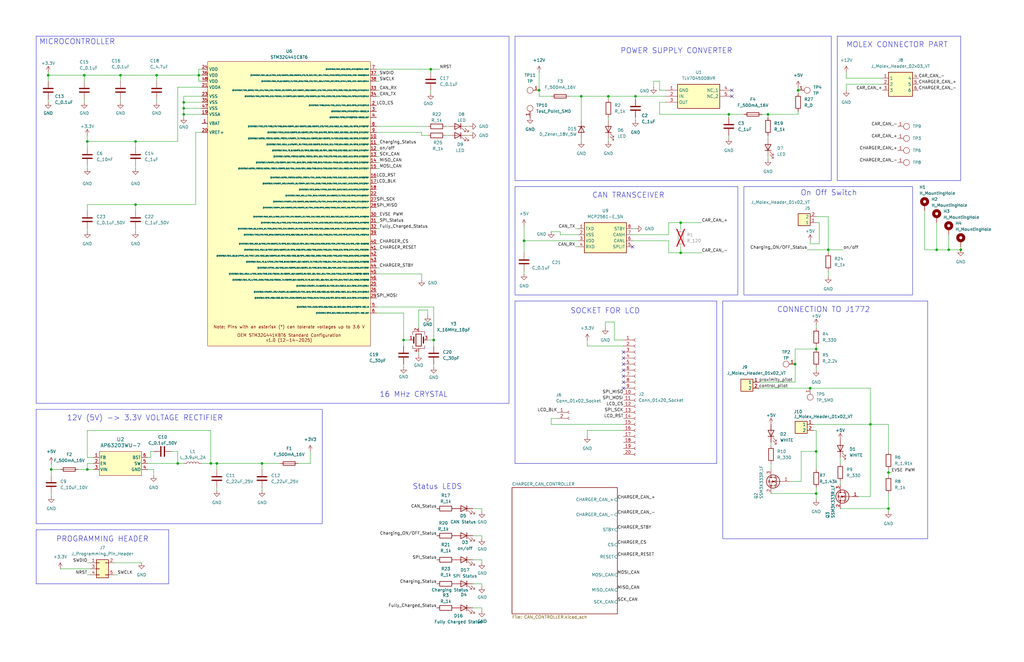
<source format=kicad_sch>
(kicad_sch (version 20250114) (generator "eeschema") (generator_version "9.0")
  (paper "USLedger")
  (rectangle (start 217.17 127) (end 302.26 195.58))
  (rectangle (start 304.8 127) (end 391.16 227.33))
  (rectangle (start 217.17 15.24) (end 350.52 76.2))
  (rectangle (start 15.24 172.72) (end 135.89 220.98))
  (rectangle (start 353.06 15.24) (end 405.13 76.2))
  (rectangle (start 313.69 78.74) (end 384.81 124.46))
  (rectangle (start 217.17 78.74) (end 311.15 124.46))
  (rectangle (start 15.24 15.24) (end 214.63 170.18))
  (text "MOLEX CONNECTOR PART" (at 356.87 20.32 0) (effects (font (size 2.2606 2.2606)) (justify left bottom)))
  (text "PROGRAMMING HEADER" (at 43.18 227.584 0) (effects (font (size 2.2606 2.2606))))
  (text "SOCKET FOR LCD" (at 240.538 132.588 0) (effects (font (size 2.2606 2.2606)) (justify left bottom)))
  (text "12V (5V) -> 3.3V VOLTAGE RECTIFIER" (at 28.194 177.8 0) (effects (font (size 2.2606 2.2606)) (justify left bottom)))
  (text "On Off Switch" (at 337.566 82.804 0) (effects (font (size 2.2606 2.2606)) (justify left bottom)))
  (text "CAN TRANSCEIVER\n" (at 249.682 83.82 0) (effects (font (size 2.2606 2.2606)) (justify left bottom)))
  (text "MICROCONTROLLER" (at 16.51 19.05 0) (effects (font (size 2.2606 2.2606)) (justify left bottom)))
  (text "CONNECTION TO J1772 " (at 327.66 132.08 0) (effects (font (size 2.2606 2.2606)) (justify left bottom)))
  (text "16 MHz CRYSTAL\n" (at 160.02 167.894 0) (effects (font (size 2.2606 2.2606)) (justify left bottom)))
  (text "POWER SUPPLY CONVERTER" (at 261.62 22.86 0) (effects (font (size 2.2606 2.2606)) (justify left bottom)))
  (text "Status LEDS" (at 173.99 206.756 0) (effects (font (size 2.2606 2.2606)) (justify left bottom)))
  (junction (at 374.65 199.39))
  (junction (at 170.18 143.51))
  (junction (at 341.63 163.83))
  (junction (at 335.28 153.67))
  (junction (at 344.17 190.5))
  (junction (at 36.83 59.69))
  (junction (at 77.47 45.72))
  (junction (at 88.9 195.58))
  (junction (at 344.17 208.28))
  (junction (at 182.88 143.51))
  (junction (at 287.02 106.68))
  (junction (at 57.15 86.36))
  (junction (at 220.98 101.6))
  (junction (at 287.02 93.98))
  (junction (at 367.03 179.07))
  (junction (at 77.47 43.18))
  (junction (at 36.83 198.12))
  (junction (at 66.04 31.75))
  (junction (at 83.82 31.75))
  (junction (at 77.47 48.26))
  (junction (at 227.33 38.1))
  (junction (at 344.17 147.32))
  (junction (at 181.61 29.21))
  (junction (at 35.56 31.75))
  (junction (at 307.34 48.26))
  (junction (at 50.8 31.75))
  (junction (at 336.55 38.1))
  (junction (at 91.44 195.58))
  (junction (at 400.05 105.41))
  (junction (at 20.32 31.75))
  (junction (at 394.97 105.41))
  (junction (at 21.59 198.12))
  (junction (at 256.54 40.64))
  (junction (at 245.11 40.64))
  (junction (at 374.65 214.63))
  (junction (at 349.25 105.41))
  (junction (at 323.85 48.26))
  (junction (at 57.15 59.69))
  (junction (at 74.93 195.58))
  (junction (at 405.13 105.41))
  (junction (at 267.97 40.64))
  (junction (at 110.49 195.58))
  (no_connect (at 262.89 161.29))
  (no_connect (at 262.89 151.13))
  (no_connect (at 262.89 153.67))
  (no_connect (at 262.89 158.75))
  (no_connect (at 308.61 40.64))
  (no_connect (at 266.7 104.14))
  (no_connect (at 262.89 148.59))
  (no_connect (at 308.61 38.1))
  (no_connect (at 262.89 156.21))
  (no_connect (at 262.89 163.83))
  (wire (pts (xy 374.65 214.63) (xy 374.65 215.9)))
  (wire (pts (xy 170.18 132.08) (xy 158.75 132.08)))
  (wire (pts (xy 335.28 153.67) (xy 335.28 161.29)))
  (wire (pts (xy 281.94 93.98) (xy 281.94 99.06)))
  (wire (pts (xy 158.75 102.87) (xy 160.02 102.87)))
  (wire (pts (xy 337.82 190.5) (xy 344.17 190.5)))
  (wire (pts (xy 91.44 195.58) (xy 110.49 195.58)))
  (wire (pts (xy 35.56 34.29) (xy 35.56 31.75)))
  (wire (pts (xy 21.59 198.12) (xy 21.59 195.58)))
  (wire (pts (xy 367.03 209.55) (xy 367.03 179.07)))
  (wire (pts (xy 170.18 143.51) (xy 172.72 143.51)))
  (wire (pts (xy 187.96 53.34) (xy 189.23 53.34)))
  (wire (pts (xy 287.02 104.14) (xy 287.02 106.68)))
  (wire (pts (xy 405.13 104.14) (xy 405.13 105.41)))
  (wire (pts (xy 242.57 104.14) (xy 243.84 104.14)))
  (wire (pts (xy 158.75 66.04) (xy 160.02 66.04)))
  (wire (pts (xy 287.02 106.68) (xy 295.91 106.68)))
  (wire (pts (xy 72.39 190.5) (xy 74.93 190.5)))
  (wire (pts (xy 374.65 208.28) (xy 374.65 214.63)))
  (wire (pts (xy 176.53 130.81) (xy 176.53 138.43)))
  (wire (pts (xy 259.08 143.51) (xy 259.08 135.89)))
  (wire (pts (xy 180.34 143.51) (xy 182.88 143.51)))
  (wire (pts (xy 158.75 71.12) (xy 160.02 71.12)))
  (wire (pts (xy 63.5 190.5) (xy 64.77 190.5)))
  (wire (pts (xy 158.75 60.96) (xy 160.02 60.96)))
  (wire (pts (xy 170.18 143.51) (xy 170.18 146.05)))
  (wire (pts (xy 62.23 193.04) (xy 63.5 193.04)))
  (wire (pts (xy 255.27 135.89) (xy 255.27 138.43)))
  (wire (pts (xy 158.75 91.44) (xy 160.02 91.44)))
  (wire (pts (xy 36.83 237.49) (xy 38.1 237.49)))
  (wire (pts (xy 349.25 114.3) (xy 349.25 116.84)))
  (wire (pts (xy 336.55 39.37) (xy 336.55 38.1)))
  (polyline (pts (xy 15.24 223.52) (xy 15.24 246.38)))
  (wire (pts (xy 85.09 40.64) (xy 77.47 40.64)))
  (wire (pts (xy 158.75 31.75) (xy 160.02 31.75)))
  (wire (pts (xy 66.04 31.75) (xy 83.82 31.75)))
  (wire (pts (xy 278.13 43.18) (xy 278.13 48.26)))
  (wire (pts (xy 243.84 101.6) (xy 220.98 101.6)))
  (wire (pts (xy 275.59 34.29) (xy 275.59 36.83)))
  (wire (pts (xy 36.83 69.85) (xy 36.83 71.12)))
  (wire (pts (xy 50.8 31.75) (xy 50.8 34.29)))
  (wire (pts (xy 281.94 106.68) (xy 287.02 106.68)))
  (wire (pts (xy 332.74 203.2) (xy 337.82 203.2)))
  (wire (pts (xy 177.8 115.57) (xy 177.8 118.11)))
  (wire (pts (xy 203.2 256.54) (xy 203.2 257.81)))
  (wire (pts (xy 400.05 105.41) (xy 405.13 105.41)))
  (wire (pts (xy 36.83 96.52) (xy 36.83 97.79)))
  (wire (pts (xy 344.17 156.21) (xy 344.17 154.94)))
  (wire (pts (xy 199.39 256.54) (xy 203.2 256.54)))
  (wire (pts (xy 394.97 105.41) (xy 400.05 105.41)))
  (polyline (pts (xy 71.12 223.52) (xy 15.24 223.52)))
  (wire (pts (xy 20.32 34.29) (xy 20.32 31.75)))
  (wire (pts (xy 323.85 48.26) (xy 336.55 48.26)))
  (wire (pts (xy 91.44 195.58) (xy 91.44 198.12)))
  (wire (pts (xy 374.65 179.07) (xy 374.65 190.5)))
  (wire (pts (xy 262.89 146.05) (xy 247.65 146.05)))
  (wire (pts (xy 341.63 101.6) (xy 341.63 102.87)))
  (wire (pts (xy 74.93 36.83) (xy 74.93 59.69)))
  (wire (pts (xy 196.85 53.34) (xy 198.12 53.34)))
  (wire (pts (xy 85.09 45.72) (xy 77.47 45.72)))
  (wire (pts (xy 278.13 34.29) (xy 275.59 34.29)))
  (wire (pts (xy 88.9 181.61) (xy 88.9 195.58)))
  (wire (pts (xy 372.11 33.02) (xy 356.87 33.02)))
  (wire (pts (xy 66.04 31.75) (xy 66.04 34.29)))
  (wire (pts (xy 170.18 153.67) (xy 170.18 154.94)))
  (wire (pts (xy 220.98 101.6) (xy 220.98 95.25)))
  (wire (pts (xy 325.12 208.28) (xy 344.17 208.28)))
  (wire (pts (xy 323.85 66.04) (xy 323.85 67.31)))
  (wire (pts (xy 256.54 40.64) (xy 256.54 41.91)))
  (wire (pts (xy 247.65 146.05) (xy 247.65 143.51)))
  (wire (pts (xy 220.98 114.3) (xy 220.98 115.57)))
  (wire (pts (xy 281.94 93.98) (xy 287.02 93.98)))
  (wire (pts (xy 21.59 198.12) (xy 21.59 200.66)))
  (wire (pts (xy 36.83 86.36) (xy 57.15 86.36)))
  (wire (pts (xy 177.8 55.88) (xy 177.8 57.15)))
  (wire (pts (xy 349.25 105.41) (xy 349.25 106.68)))
  (wire (pts (xy 245.11 40.64) (xy 240.03 40.64)))
  (wire (pts (xy 48.26 237.49) (xy 59.69 237.49)))
  (wire (pts (xy 256.54 58.42) (xy 256.54 59.69)))
  (wire (pts (xy 374.65 198.12) (xy 374.65 199.39)))
  (wire (pts (xy 110.49 195.58) (xy 110.49 198.12)))
  (wire (pts (xy 110.49 195.58) (xy 118.11 195.58)))
  (wire (pts (xy 203.2 214.63) (xy 203.2 215.9)))
  (wire (pts (xy 85.09 36.83) (xy 74.93 36.83)))
  (wire (pts (xy 227.33 38.1) (xy 227.33 40.64)))
  (wire (pts (xy 21.59 208.28) (xy 21.59 209.55)))
  (wire (pts (xy 181.61 29.21) (xy 181.61 30.48)))
  (wire (pts (xy 344.17 181.61) (xy 344.17 190.5)))
  (wire (pts (xy 354.33 193.04) (xy 354.33 195.58)))
  (wire (pts (xy 85.09 29.21) (xy 83.82 29.21)))
  (wire (pts (xy 325.12 186.69) (xy 325.12 187.96)))
  (wire (pts (xy 181.61 38.1) (xy 181.61 39.37)))
  (wire (pts (xy 342.9 179.07) (xy 367.03 179.07)))
  (wire (pts (xy 389.89 88.9) (xy 389.89 105.41)))
  (wire (pts (xy 180.34 133.35) (xy 180.34 130.81)))
  (wire (pts (xy 344.17 208.28) (xy 344.17 210.82)))
  (wire (pts (xy 180.34 130.81) (xy 176.53 130.81)))
  (wire (pts (xy 57.15 86.36) (xy 57.15 88.9)))
  (wire (pts (xy 77.47 45.72) (xy 77.47 48.26)))
  (wire (pts (xy 344.17 205.74) (xy 344.17 208.28)))
  (wire (pts (xy 39.37 198.12) (xy 36.83 198.12)))
  (wire (pts (xy 182.88 129.54) (xy 182.88 143.51)))
  (wire (pts (xy 20.32 31.75) (xy 35.56 31.75)))
  (wire (pts (xy 232.41 176.53) (xy 234.95 176.53)))
  (wire (pts (xy 307.34 57.15) (xy 307.34 58.42)))
  (wire (pts (xy 187.96 57.15) (xy 189.23 57.15)))
  (wire (pts (xy 267.97 40.64) (xy 267.97 41.91)))
  (wire (pts (xy 242.57 96.52) (xy 243.84 96.52)))
  (wire (pts (xy 158.75 53.34) (xy 180.34 53.34)))
  (wire (pts (xy 158.75 105.41) (xy 160.02 105.41)))
  (wire (pts (xy 110.49 205.74) (xy 110.49 207.01)))
  (wire (pts (xy 83.82 31.75) (xy 85.09 31.75)))
  (wire (pts (xy 82.55 86.36) (xy 57.15 86.36)))
  (wire (pts (xy 374.65 199.39) (xy 375.92 199.39)))
  (wire (pts (xy 85.09 43.18) (xy 77.47 43.18)))
  (wire (pts (xy 349.25 105.41) (xy 355.6 105.41)))
  (wire (pts (xy 247.65 181.61) (xy 247.65 184.15)))
  (wire (pts (xy 342.9 181.61) (xy 344.17 181.61)))
  (wire (pts (xy 266.7 96.52) (xy 267.97 96.52)))
  (wire (pts (xy 158.75 63.5) (xy 160.02 63.5)))
  (wire (pts (xy 336.55 48.26) (xy 336.55 46.99)))
  (wire (pts (xy 39.37 193.04) (xy 36.83 193.04)))
  (wire (pts (xy 256.54 40.64) (xy 267.97 40.64)))
  (wire (pts (xy 320.04 163.83) (xy 341.63 163.83)))
  (wire (pts (xy 88.9 195.58) (xy 91.44 195.58)))
  (wire (pts (xy 340.36 105.41) (xy 349.25 105.41)))
  (wire (pts (xy 182.88 143.51) (xy 182.88 146.05)))
  (wire (pts (xy 203.2 246.38) (xy 203.2 247.65)))
  (wire (pts (xy 267.97 40.64) (xy 280.67 40.64)))
  (wire (pts (xy 344.17 93.98) (xy 345.44 93.98)))
  (wire (pts (xy 341.63 163.83) (xy 367.03 163.83)))
  (wire (pts (xy 307.34 48.26) (xy 313.69 48.26)))
  (wire (pts (xy 344.17 91.44) (xy 349.25 91.44)))
  (wire (pts (xy 182.88 129.54) (xy 158.75 129.54)))
  (wire (pts (xy 36.83 88.9) (xy 36.83 86.36)))
  (wire (pts (xy 344.17 138.43) (xy 344.17 137.16)))
  (wire (pts (xy 82.55 55.88) (xy 82.55 86.36)))
  (wire (pts (xy 280.67 38.1) (xy 278.13 38.1)))
  (wire (pts (xy 182.88 153.67) (xy 182.88 154.94)))
  (wire (pts (xy 50.8 31.75) (xy 66.04 31.75)))
  (wire (pts (xy 170.18 132.08) (xy 170.18 143.51)))
  (wire (pts (xy 36.83 198.12) (xy 33.02 198.12)))
  (wire (pts (xy 262.89 143.51) (xy 259.08 143.51)))
  (wire (pts (xy 158.75 34.29) (xy 160.02 34.29)))
  (wire (pts (xy 57.15 59.69) (xy 57.15 62.23)))
  (wire (pts (xy 158.75 113.03) (xy 160.02 113.03)))
  (wire (pts (xy 236.22 99.06) (xy 243.84 99.06)))
  (wire (pts (xy 77.47 48.26) (xy 77.47 49.53)))
  (wire (pts (xy 278.13 38.1) (xy 278.13 34.29)))
  (wire (pts (xy 320.04 161.29) (xy 335.28 161.29)))
  (wire (pts (xy 20.32 41.91) (xy 20.32 43.18)))
  (wire (pts (xy 203.2 236.22) (xy 203.2 237.49)))
  (wire (pts (xy 325.12 195.58) (xy 325.12 198.12)))
  (wire (pts (xy 374.65 199.39) (xy 374.65 200.66)))
  (wire (pts (xy 57.15 96.52) (xy 57.15 97.79)))
  (wire (pts (xy 367.03 209.55) (xy 361.95 209.55)))
  (wire (pts (xy 262.89 179.07) (xy 232.41 179.07)))
  (wire (pts (xy 281.94 106.68) (xy 281.94 101.6)))
  (wire (pts (xy 176.53 148.59) (xy 176.53 149.86)))
  (wire (pts (xy 25.4 240.03) (xy 38.1 240.03)))
  (wire (pts (xy 220.98 101.6) (xy 220.98 106.68)))
  (wire (pts (xy 344.17 147.32) (xy 335.28 147.32)))
  (wire (pts (xy 158.75 55.88) (xy 177.8 55.88)))
  (wire (pts (xy 262.89 181.61) (xy 247.65 181.61)))
  (wire (pts (xy 344.17 190.5) (xy 344.17 198.12)))
  (wire (pts (xy 63.5 193.04) (xy 63.5 190.5)))
  (wire (pts (xy 321.31 48.26) (xy 323.85 48.26)))
  (wire (pts (xy 280.67 43.18) (xy 278.13 43.18)))
  (wire (pts (xy 158.75 68.58) (xy 160.02 68.58)))
  (wire (pts (xy 199.39 246.38) (xy 203.2 246.38)))
  (wire (pts (xy 199.39 214.63) (xy 203.2 214.63)))
  (wire (pts (xy 344.17 146.05) (xy 344.17 147.32)))
  (wire (pts (xy 245.11 40.64) (xy 245.11 50.8)))
  (wire (pts (xy 74.93 190.5) (xy 74.93 195.58)))
  (wire (pts (xy 158.75 29.21) (xy 181.61 29.21)))
  (wire (pts (xy 389.89 105.41) (xy 394.97 105.41)))
  (wire (pts (xy 367.03 163.83) (xy 367.03 179.07)))
  (wire (pts (xy 356.87 35.56) (xy 356.87 38.1)))
  (wire (pts (xy 259.08 135.89) (xy 255.27 135.89)))
  (wire (pts (xy 158.75 115.57) (xy 177.8 115.57)))
  (wire (pts (xy 20.32 30.48) (xy 20.32 31.75)))
  (wire (pts (xy 125.73 195.58) (xy 130.81 195.58)))
  (wire (pts (xy 48.26 242.57) (xy 49.53 242.57)))
  (wire (pts (xy 36.83 57.15) (xy 36.83 59.69)))
  (wire (pts (xy 77.47 40.64) (xy 77.47 43.18)))
  (wire (pts (xy 354.33 203.2) (xy 354.33 204.47)))
  (wire (pts (xy 74.93 195.58) (xy 77.47 195.58)))
  (wire (pts (xy 25.4 198.12) (xy 21.59 198.12)))
  (wire (pts (xy 35.56 31.75) (xy 50.8 31.75)))
  (wire (pts (xy 232.41 179.07) (xy 232.41 176.53)))
  (wire (pts (xy 281.94 101.6) (xy 266.7 101.6)))
  (wire (pts (xy 356.87 30.48) (xy 356.87 33.02)))
  (wire (pts (xy 335.28 147.32) (xy 335.28 153.67)))
  (wire (pts (xy 50.8 41.91) (xy 50.8 43.18)))
  (wire (pts (xy 83.82 31.75) (xy 83.82 34.29)))
  (wire (pts (xy 77.47 43.18) (xy 77.47 45.72)))
  (wire (pts (xy 91.44 205.74) (xy 91.44 207.01)))
  (wire (pts (xy 158.75 38.1) (xy 160.02 38.1)))
  (wire (pts (xy 62.23 198.12) (xy 64.77 198.12)))
  (wire (pts (xy 181.61 29.21) (xy 185.42 29.21)))
  (polyline (pts (xy 71.12 246.38) (xy 71.12 223.52)))
  (wire (pts (xy 394.97 93.98) (xy 394.97 105.41)))
  (wire (pts (xy 256.54 49.53) (xy 256.54 50.8)))
  (wire (pts (xy 158.75 40.64) (xy 160.02 40.64)))
  (wire (pts (xy 256.54 40.64) (xy 245.11 40.64)))
  (wire (pts (xy 36.83 193.04) (xy 36.83 181.61)))
  (wire (pts (xy 337.82 203.2) (xy 337.82 190.5)))
  (wire (pts (xy 232.41 40.64) (xy 227.33 40.64)))
  (wire (pts (xy 323.85 57.15) (xy 323.85 58.42)))
  (wire (pts (xy 83.82 29.21) (xy 83.82 31.75)))
  (wire (pts (xy 199.39 236.22) (xy 203.2 236.22)))
  (polyline (pts (xy 15.24 246.38) (xy 71.12 246.38)))
  (wire (pts (xy 372.11 35.56) (xy 356.87 35.56)))
  (wire (pts (xy 158.75 93.98) (xy 160.02 93.98)))
  (wire (pts (xy 66.04 41.91) (xy 66.04 43.18)))
  (wire (pts (xy 57.15 59.69) (xy 36.83 59.69)))
  (wire (pts (xy 400.05 99.06) (xy 400.05 105.41)))
  (wire (pts (xy 83.82 34.29) (xy 85.09 34.29)))
  (wire (pts (xy 345.44 93.98) (xy 345.44 102.87)))
  (wire (pts (xy 36.83 242.57) (xy 38.1 242.57)))
  (wire (pts (xy 354.33 214.63) (xy 374.65 214.63)))
  (wire (pts (xy 85.09 55.88) (xy 82.55 55.88)))
  (wire (pts (xy 345.44 102.87) (xy 341.63 102.87)))
  (wire (pts (xy 64.77 198.12) (xy 64.77 200.66)))
  (wire (pts (xy 85.09 195.58) (xy 88.9 195.58)))
  (wire (pts (xy 307.34 48.26) (xy 307.34 49.53)))
  (wire (pts (xy 36.83 59.69) (xy 36.83 62.23)))
  (wire (pts (xy 232.41 97.79) (xy 236.22 97.79)))
  (wire (pts (xy 336.55 38.1) (xy 336.55 36.83)))
  (wire (pts (xy 267.97 49.53) (xy 267.97 50.8)))
  (wire (pts (xy 177.8 57.15) (xy 180.34 57.15)))
  (wire (pts (xy 367.03 179.07) (xy 374.65 179.07)))
  (wire (pts (xy 323.85 48.26) (xy 323.85 49.53)))
  (wire (pts (xy 62.23 195.58) (xy 74.93 195.58)))
  (wire (pts (xy 203.2 226.06) (xy 203.2 227.33)))
  (wire (pts (xy 278.13 48.26) (xy 307.34 48.26)))
  (wire (pts (xy 227.33 30.48) (xy 227.33 38.1)))
  (wire (pts (xy 36.83 195.58) (xy 36.83 198.12)))
  (wire (pts (xy 281.94 99.06) (xy 266.7 99.06)))
  (wire (pts (xy 245.11 58.42) (xy 245.11 59.69)))
  (wire (pts (xy 287.02 93.98) (xy 295.91 93.98)))
  (wire (pts (xy 287.02 93.98) (xy 287.02 96.52)))
  (wire (pts (xy 199.39 226.06) (xy 203.2 226.06)))
  (wire (pts (xy 130.81 195.58) (xy 130.81 190.5)))
  (wire (pts (xy 349.25 91.44) (xy 349.25 105.41)))
  (wire (pts (xy 35.56 41.91) (xy 35.56 43.18)))
  (wire (pts (xy 236.22 97.79) (xy 236.22 99.06)))
  (wire (pts (xy 39.37 195.58) (xy 36.83 195.58)))
  (wire (pts (xy 85.09 48.26) (xy 77.47 48.26)))
  (wire (pts (xy 196.85 57.15) (xy 198.12 57.15)))
  (wire (pts (xy 74.93 59.69) (xy 57.15 59.69)))
  (wire (pts (xy 57.15 69.85) (xy 57.15 71.12)))
  (wire (pts (xy 36.83 181.61) (xy 88.9 181.61)))
  (wire (pts (xy 158.75 96.52) (xy 160.02 96.52)))
  (label "SPI_Status" (at 184.15 236.22 180))
  (label "Charging_Status" (at 184.15 246.38 180))
  (label "CAR_CAN_+" (at 378.46 58.42 180))
  (label "Charging_Status" (at 160.02 60.96 0))
  (label "SCK_CAN" (at 160.02 66.04 0))
  (label "CAN_Status" (at 184.15 214.63 180))
  (label "MISO_CAN" (at 260.35 248.92 0))
  (label "Fully_Charged_Status" (at 184.15 256.54 180))
  (label "SPI_MOSI" (at 158.75 125.73 0))
  (label "LCD_RST" (at 262.89 176.53 180))
  (label "MOSI_CAN" (at 260.35 242.57 0))
  (label "CAR_CAN_-" (at 387.35 33.02 0))
  (label "MOSI_CAN" (at 160.02 71.12 0))
  (label "SPI_SCK" (at 262.89 173.99 180))
  (label "LCD_CS" (at 158.75 44.45 0))
  (label "Fully_Charged_Status" (at 160.02 96.52 0))
  (label "CHARGER_CAN_-" (at 260.35 217.17 0))
  (label "Charging_ON{slash}OFF_Status" (at 184.15 226.06 180))
  (label "CAR_CAN_-" (at 295.91 106.68 0))
  (label "SCK_CAN" (at 260.35 254 0))
  (label "on{slash}off" (at 160.02 63.5 0))
  (label "CHARGER_CAN_+" (at 260.35 210.82 0))
  (label "CAR_CAN_-" (at 378.46 53.34 180))
  (label "SPI_MISO" (at 262.89 166.37 180))
  (label "LCD_RST" (at 158.75 74.93 0))
  (label "CHARGER_CAN_+" (at 387.35 35.56 0))
  (label "SPI_SCK" (at 158.75 85.09 0))
  (label "EVSE PWM" (at 160.02 91.44 0))
  (label "EVSE PWM" (at 375.92 199.39 0))
  (label "CHARGER_RESET" (at 260.35 234.95 0))
  (label "Charging_ON{slash}OFF_Status" (at 340.36 105.41 180))
  (label "proximity_pilot" (at 320.04 161.29 0))
  (label "on{slash}off" (at 355.6 105.41 0))
  (label "SPI_MOSI" (at 262.89 168.91 180))
  (label "SWCLK" (at 49.53 242.57 0))
  (label "control_pilot" (at 320.04 163.83 0))
  (label "CAN_RX" (at 160.02 38.1 0))
  (label "SPI_MISO" (at 158.75 87.63 0))
  (label "CAN_TX" (at 160.02 40.64 0))
  (label "SWDIO" (at 36.83 237.49 180))
  (label "SWDIO" (at 160.02 31.75 0))
  (label "CHARGER_STBY" (at 160.02 113.03 0))
  (label "LCD_CS" (at 262.89 171.45 180))
  (label "CHARGER_STBY" (at 260.35 223.52 0))
  (label "SWCLK" (at 160.02 34.29 0))
  (label "MISO_CAN" (at 160.02 68.58 0))
  (label "CHARGER_CAN_-" (at 378.46 68.58 180))
  (label "NRST" (at 185.42 29.21 0))
  (label "CHARGER_CS" (at 260.35 229.87 0))
  (label "CHARGER_RESET" (at 160.02 105.41 0))
  (label "CAN_TX" (at 242.57 96.52 180))
  (label "CAN_RX" (at 242.57 104.14 180))
  (label "LCD_BLK" (at 234.95 173.99 180))
  (label "LCD_BLK" (at 158.75 77.47 0))
  (label "SPI_Status" (at 160.02 93.98 0))
  (label "NRST" (at 36.83 242.57 180))
  (label "CAR_CAN_+" (at 372.11 38.1 180))
  (label "CHARGER_CAN_-" (at 387.35 38.1 0))
  (label "CAR_CAN_+" (at 295.91 93.98 0))
  (label "CHARGER_CAN_+" (at 378.46 63.5 180))
  (label "CHARGER_CS" (at 160.02 102.87 0))
  (symbol (lib_id "OEM:C_22uF_25V_1206") (at 110.49 201.93 0) (unit 1)
    (property "Reference" "C12" (at 114.3 200.6599 0) (effects (justify left)))
    (property "Value" "C_22uF_25V" (at 114.3 203.1999 0) (effects (justify left)))
    (property "Footprint" "OEM:C_1206_3216Metric" (effects (hide yes)))
    (property "Datasheet" "https://mm.digikey.com/Volume0/opasdata/d220001/medias/docus/658/CL31A226KAHNNNE_Spec.pdf" (effects (hide yes)))
    (property "Description" "CAP CER 22UF 25V X5R 1206" (effects (hide yes)))
    (property "MPN" "CL31A226KAHNNNE" (effects (hide yes)))
  )
  (symbol (lib_id "power:GND") (at 203.2 215.9 0) (unit 1)
    (property "Reference" "#PWR0107" (effects (hide yes)))
    (property "Value" "GND" (at 203.327 220.2942 0))
  )
  (symbol (lib_id "power:+3.3V") (at 25.4 240.03 0) (unit 1)
    (property "Reference" "#PWR017" (effects (hide yes)))
    (property "Value" "+3.3V" (at 25.4 234.95 0))
    (property "Description" "Power symbol creates a global label with name \"+3.3V\"" (effects (hide yes)))
  )
  (symbol (lib_id "OEM:C_0.1uF_50V_0603") (at 220.98 110.49 0) (unit 1)
    (property "Reference" "C21" (at 232.664 110.744 0) (effects (justify left)))
    (property "Value" "C_0.1uF" (at 224.282 113.03 0) (effects (justify left)))
    (property "Footprint" "OEM:C_0603_1608Metric" (effects (hide yes)))
    (property "Datasheet" "https://mm.digikey.com/Volume0/opasdata/d220001/medias/docus/658/CL10B104KB8NNWC_Spec.pdf" (effects (hide yes)))
    (property "Description" "CAP CER 0.1UF 50V X7R 0603" (effects (hide yes)))
    (property "MPN" "CL10B104KB8NNWC" (effects (hide yes)))
  )
  (symbol (lib_id "OEM:C_0.1uF_50V_0603") (at 50.8 38.1 0) (unit 1)
    (property "Reference" "C16" (at 46.99 25.654 0) (effects (justify left)))
    (property "Value" "C_0.1uF" (at 46.99 28.194 0) (effects (justify left)))
    (property "Footprint" "OEM:C_0603_1608Metric" (effects (hide yes)))
    (property "Datasheet" "https://mm.digikey.com/Volume0/opasdata/d220001/medias/docus/658/CL10B104KB8NNWC_Spec.pdf" (effects (hide yes)))
    (property "Description" "CAP CER 0.1UF 50V X7R 0603" (effects (hide yes)))
    (property "MPN" "CL10B104KB8NNWC" (effects (hide yes)))
  )
  (symbol (lib_id "OEM:C_0.1uF_50V_0603") (at 181.61 34.29 0) (unit 1)
    (property "Reference" "C17" (at 185.42 33.0199 0) (effects (justify left)))
    (property "Value" "C_0.1uF" (at 185.42 35.5599 0) (effects (justify left)))
    (property "Footprint" "OEM:C_0603_1608Metric" (effects (hide yes)))
    (property "Datasheet" "https://mm.digikey.com/Volume0/opasdata/d220001/medias/docus/658/CL10B104KB8NNWC_Spec.pdf" (effects (hide yes)))
    (property "Description" "CAP CER 0.1UF 50V X7R 0603" (effects (hide yes)))
    (property "MPN" "CL10B104KB8NNWC" (effects (hide yes)))
  )
  (symbol (lib_id "OEM:TP_Hook_SMD") (at 334.01 153.67 90) (unit 1)
    (property "Reference" "TP2" (at 331.47 148.59 90))
    (property "Value" "TP" (at 331.47 151.13 90))
    (property "Footprint" "OEM:TP_Hook_SMD" (effects (hide yes)))
    (property "Datasheet" "https://www.mouser.com/datasheet/3/201/1/5019.PDF" (effects (hide yes)))
    (property "Description" "Test Point SMD Hook" (effects (hide yes)))
    (property "MPN" "5019" (effects (hide yes)))
  )
  (symbol (lib_name "GND_22") (lib_id "power:GND") (at 256.54 59.69 0) (unit 1)
    (property "Reference" "#PWR026" (effects (hide yes)))
    (property "Value" "GND" (at 256.54 64.77 0))
    (property "Description" "Power symbol creates a global label with name \"GND\" , ground" (effects (hide yes)))
  )
  (symbol (lib_id "OEM:F_500mA_16V_1210") (at 121.92 195.58 90) (unit 1)
    (property "Reference" "F1" (at 121.92 189.23 90))
    (property "Value" "F_500mA_16V" (at 121.92 191.77 90))
    (property "Footprint" "OEM:Fuse_1210_3225Metric" (effects (hide yes)))
    (property "Datasheet" "https://www.mouser.com/datasheet/3/191/1/ds-cp-0zch-series.pdf" (effects (hide yes)))
    (property "Description" "PTC RESET FUSE 16V 500MA 1210" (effects (hide yes)))
    (property "MPN" "0ZCH0050FF2G" (effects (hide yes)))
  )
  (symbol (lib_id "OEM:D_LED_White_0805") (at 325.12 182.88 90) (unit 1)
    (property "Reference" "D2" (at 328.93 183.1974 90) (effects (justify right)))
    (property "Value" "WHITE" (at 328.93 185.7374 90) (effects (justify right)))
    (property "Footprint" "OEM:D_0805_2012Metric" (effects (hide yes)))
    (property "Datasheet" "https://www.qt-brightek.com/datasheet/QBLP631_series.pdf" (effects (hide yes)))
    (property "Description" "LED WHITE DIFFUSED 0805 SMD" (effects (hide yes)))
    (property "Sim.Pins" "1=K 2=A" (effects (hide yes)))
    (property "MPN" "QBLP631-IW" (effects (hide yes)))
  )
  (symbol (lib_name "GND_26") (lib_id "power:GND") (at 356.87 38.1 0) (unit 1)
    (property "Reference" "#PWR033" (effects (hide yes)))
    (property "Value" "GND" (at 356.87 43.18 0))
    (property "Description" "Power symbol creates a global label with name \"GND\" , ground" (effects (hide yes)))
  )
  (symbol (lib_id "OEM:R_1k_0.1W_0603") (at 187.96 246.38 90) (unit 1)
    (property "Reference" "R23" (at 187.96 240.03 90))
    (property "Value" "R_1k" (at 187.96 242.57 90))
    (property "Footprint" "OEM:R_0603_1608Metric" (effects (hide yes)))
    (property "Datasheet" "https://www.mouser.com/datasheet/3/1099/1/SEI-RMCF_RMCP.pdf (or https://industrial.panasonic.com/ww/products/pt/general-purpose-chip-resistors/models/ERJ3GEYJ102V)" (effects (hide yes)))
    (property "Description" "RES SMD 1K OHM 5% 1/10W 0603" (effects (hide yes)))
    (property "MPN" "RMCF0603FT1K00 (or ERJ-3GEYJ102V)" (effects (hide yes)))
  )
  (symbol (lib_id "OEM:R_1k_0.1W_0603") (at 187.96 214.63 90) (unit 1)
    (property "Reference" "R17" (at 187.96 209.042 90))
    (property "Value" "R_1k" (at 187.96 211.582 90))
    (property "Footprint" "OEM:R_0603_1608Metric" (effects (hide yes)))
    (property "Datasheet" "https://www.mouser.com/datasheet/3/1099/1/SEI-RMCF_RMCP.pdf (or https://industrial.panasonic.com/ww/products/pt/general-purpose-chip-resistors/models/ERJ3GEYJ102V)" (effects (hide yes)))
    (property "Description" "RES SMD 1K OHM 5% 1/10W 0603" (effects (hide yes)))
    (property "MPN" "RMCF0603FT1K00 (or ERJ-3GEYJ102V)" (effects (hide yes)))
  )
  (symbol (lib_id "power:GND") (at 203.2 247.65 0) (unit 1)
    (property "Reference" "#PWR0113" (effects (hide yes)))
    (property "Value" "GND" (at 203.327 252.0442 0))
  )
  (symbol (lib_name "GND_4") (lib_id "power:GND") (at 35.56 43.18 0) (unit 1)
    (property "Reference" "#PWR02" (effects (hide yes)))
    (property "Value" "GND" (at 35.56 47.752 0))
    (property "Description" "Power symbol creates a global label with name \"GND\" , ground" (effects (hide yes)))
  )
  (symbol (lib_id "OEM:R_1k_0.1W_0603") (at 184.15 57.15 270) (unit 1)
    (property "Reference" "R25" (at 184.658 60.198 90))
    (property "Value" "R_1k" (at 184.658 62.738 90))
    (property "Footprint" "OEM:R_0603_1608Metric" (effects (hide yes)))
    (property "Datasheet" "https://www.mouser.com/datasheet/3/1099/1/SEI-RMCF_RMCP.pdf (or https://industrial.panasonic.com/ww/products/pt/general-purpose-chip-resistors/models/ERJ3GEYJ102V)" (effects (hide yes)))
    (property "Description" "RES SMD 1K OHM 5% 1/10W 0603" (effects (hide yes)))
    (property "MPN" "RMCF0603FT1K00 (or ERJ-3GEYJ102V)" (effects (hide yes)))
  )
  (symbol (lib_id "OEM:D_LED_Blue_0805") (at 195.58 214.63 0) (mirror y) (unit 1)
    (property "Reference" "D5" (at 195.326 217.678 0))
    (property "Value" "CAN Status" (at 195.326 220.218 0))
    (property "Footprint" "OEM:D_0805_2012Metric" (effects (hide yes)))
    (property "Datasheet" "https://www.mouser.com/catalog/specsheets/Lite-On_LTST-C171TBKT.pdf" (effects (hide yes)))
    (property "Description" "LED BLUE CLEAR CHIP SMD" (effects (hide yes)))
    (property "Sim.Pins" "1=K 2=A" (effects (hide yes)))
    (property "MPN" "LTST-C171TBKT" (effects (hide yes)))
  )
  (symbol (lib_id "OEM:H_MountingHole") (at 405.13 101.6 0) (unit 1) (in_bom no)
    (property "Reference" "H4" (at 402.844 94.234 0) (effects (justify left)))
    (property "Value" "H_MountingHole" (at 402.844 96.774 0) (effects (justify left)))
    (property "Footprint" "OEM:H_MountingHole" (effects (hide yes)))
    (property "Description" "Mounting Hole with connection" (effects (hide yes)))
  )
  (symbol (lib_id "OEM:U_CAN-Transceiver_MCP2561-E_SN_SOIC-8") (at 255.27 100.33 0) (unit 1)
    (property "Reference" "U9" (at 255.27 88.9 0))
    (property "Value" "MCP2561-E_SN" (at 255.27 91.44 0))
    (property "Footprint" "OEM:SOIC-8_3.9x4.9mm_P1.27mm" (effects (hide yes)))
    (property "Datasheet" "https://www.mouser.com/datasheet/3/282/1/20005167C.pdf" (effects (hide yes)))
    (property "Description" "IC TRANSCEIVER HALF 1/1 8SOIC" (effects (hide yes)))
    (property "MPN" "MCP2561-E/SN" (effects (hide yes)))
  )
  (symbol (lib_id "OEM:Q_NMOS_30V_6A_SOT-23F") (at 356.87 209.55 0) (mirror y) (unit 1)
    (property "Reference" "Q3" (at 348.996 218.694 90) (effects (justify left)))
    (property "Value" "SSM3K333R,LF" (at 351.282 218.694 90) (effects (justify left)))
    (property "Footprint" "OEM:SOT-23-3" (effects (hide yes)))
    (property "Datasheet" "https://www.mouser.com/datasheet/3/105/1/6D62190F2E76D58532DB25403AB4F650F25B6580F37A84A2AFAB7A89D257D933.pdf" (effects (hide yes)))
    (property "Description" "MOSFET N CH 30V 6A 2-3Z1A" (effects (hide yes)))
  )
  (symbol (lib_id "Connector:Conn_01x20_Socket") (at 267.97 166.37 0) (unit 1)
    (property "Reference" "J2" (at 269.24 166.3699 0) (effects (justify left)))
    (property "Value" "Conn_01x20_Socket" (at 269.24 168.9099 0) (effects (justify left)))
    (property "Footprint" "Connector_PinSocket_2.54mm:PinSocket_1x20_P2.54mm_Vertical" (effects (hide yes)))
    (property "Description" "Generic connector, single row, 01x20, script generated" (effects (hide yes)))
  )
  (symbol (lib_id "OEM:U_5V-Volt-Reg_TLV70450DBVR_SOT23-5") (at 294.64 40.64 0) (unit 1)
    (property "Reference" "U1" (at 294.64 30.48 0))
    (property "Value" "TLV70450DBVR" (at 294.64 33.02 0))
    (property "Footprint" "OEM:SOT-23-5" (effects (hide yes)))
    (property "Datasheet" "http://www.ti.com/lit/gpn/tlv704" (effects (hide yes)))
    (property "Description" "IC REG LINEAR 5V 150MA SOT23-5" (effects (hide yes)))
    (property "MPN" "TLV70450DBVR" (effects (hide yes)))
  )
  (symbol (lib_name "GND_15") (lib_id "power:GND") (at 198.12 53.34 90) (unit 1)
    (property "Reference" "#PWR015" (effects (hide yes)))
    (property "Value" "GND" (at 201.93 53.3399 90) (effects (justify right)))
    (property "Description" "Power symbol creates a global label with name \"GND\" , ground" (effects (hide yes)))
  )
  (symbol (lib_id "OEM:R_1.43k_0.1W_0603") (at 344.17 201.93 0) (unit 1)
    (property "Reference" "R7" (at 345.44 200.66 0) (effects (justify left)))
    (property "Value" "R_1.43k" (at 345.44 203.2 0) (effects (justify left)))
    (property "Footprint" "OEM:R_0603_1608Metric" (effects (hide yes)))
    (property "Datasheet" "https://www.mouser.com/datasheet/3/1099/1/SEI-RMCF_RMCP.pdf" (effects (hide yes)))
    (property "Description" "RES 1.43K OHM 1% 1/10W 0603" (effects (hide yes)))
    (property "MPN" "RMCF0603FT1K43" (effects (hide yes)))
  )
  (symbol (lib_id "OEM:C_0.1uF_50V_0603") (at 68.58 190.5 90) (unit 1)
    (property "Reference" "C10" (at 68.58 184.404 90))
    (property "Value" "C_0.1uF_50V" (at 68.58 186.944 90))
    (property "Footprint" "OEM:C_0603_1608Metric" (effects (hide yes)))
    (property "Datasheet" "https://mm.digikey.com/Volume0/opasdata/d220001/medias/docus/658/CL10B104KB8NNWC_Spec.pdf" (effects (hide yes)))
    (property "Description" "CAP CER 0.1UF 50V X7R 0603" (effects (hide yes)))
    (property "MPN" "CL10B104KB8NNWC" (effects (hide yes)))
  )
  (symbol (lib_id "power:GND") (at 374.65 215.9 0) (unit 1)
    (property "Reference" "#PWR0122" (effects (hide yes)))
    (property "Value" "GND" (at 374.65 220.98 0))
  )
  (symbol (lib_name "GND_12") (lib_id "power:GND") (at 176.53 149.86 0) (unit 1)
    (property "Reference" "#PWR012" (effects (hide yes)))
    (property "Value" "GND" (at 176.53 154.178 0))
    (property "Description" "Power symbol creates a global label with name \"GND\" , ground" (effects (hide yes)))
  )
  (symbol (lib_id "OEM:C_0.1uF_50V_0603") (at 35.56 38.1 0) (unit 1)
    (property "Reference" "C15" (at 33.528 26.162 0) (effects (justify left)))
    (property "Value" "C_0.1uF" (at 33.528 28.702 0) (effects (justify left)))
    (property "Footprint" "OEM:C_0603_1608Metric" (effects (hide yes)))
    (property "Datasheet" "https://mm.digikey.com/Volume0/opasdata/d220001/medias/docus/658/CL10B104KB8NNWC_Spec.pdf" (effects (hide yes)))
    (property "Description" "CAP CER 0.1UF 50V X7R 0603" (effects (hide yes)))
    (property "MPN" "CL10B104KB8NNWC" (effects (hide yes)))
  )
  (symbol (lib_name "+5V_3") (lib_id "power:+5V") (at 220.98 95.25 0) (unit 1)
    (property "Reference" "#PWR019" (effects (hide yes)))
    (property "Value" "+5V" (at 220.98 90.17 0))
    (property "Description" "Power symbol creates a global label with name \"+5V\"" (effects (hide yes)))
  )
  (symbol (lib_name "GND_31") (lib_id "power:GND") (at 110.49 207.01 0) (unit 1)
    (property "Reference" "#PWR040" (effects (hide yes)))
    (property "Value" "GND" (at 110.49 212.09 0))
    (property "Description" "Power symbol creates a global label with name \"GND\" , ground" (effects (hide yes)))
  )
  (symbol (lib_id "power:+3.3V") (at 20.32 30.48 0) (unit 1)
    (property "Reference" "#PWR05" (effects (hide yes)))
    (property "Value" "+3.3V" (at 20.32 26.67 0))
    (property "Description" "Power symbol creates a global label with name \"+3.3V\"" (effects (hide yes)))
  )
  (symbol (lib_id "OEM:R_1k_0.1W_0603") (at 187.96 236.22 90) (unit 1)
    (property "Reference" "R21" (at 187.96 229.87 90))
    (property "Value" "R_1k" (at 187.96 232.41 90))
    (property "Footprint" "OEM:R_0603_1608Metric" (effects (hide yes)))
    (property "Datasheet" "https://www.mouser.com/datasheet/3/1099/1/SEI-RMCF_RMCP.pdf (or https://industrial.panasonic.com/ww/products/pt/general-purpose-chip-resistors/models/ERJ3GEYJ102V)" (effects (hide yes)))
    (property "Description" "RES SMD 1K OHM 5% 1/10W 0603" (effects (hide yes)))
    (property "MPN" "RMCF0603FT1K00 (or ERJ-3GEYJ102V)" (effects (hide yes)))
  )
  (symbol (lib_id "OEM:Q_NMOS_30V_6A_SOT-23F") (at 327.66 203.2 0) (mirror y) (unit 1)
    (property "Reference" "Q2" (at 318.77 210.566 90) (effects (justify left)))
    (property "Value" "SSM3K333R,LF" (at 321.056 210.566 90) (effects (justify left)))
    (property "Footprint" "OEM:SOT-23-3" (effects (hide yes)))
    (property "Datasheet" "https://www.mouser.com/datasheet/3/105/1/6D62190F2E76D58532DB25403AB4F650F25B6580F37A84A2AFAB7A89D257D933.pdf" (effects (hide yes)))
    (property "Description" "MOSFET N CH 30V 6A 2-3Z1A" (effects (hide yes)))
  )
  (symbol (lib_id "OEM:D_LED_White_0805") (at 354.33 189.23 90) (unit 1)
    (property "Reference" "D1" (at 358.14 189.5474 90) (effects (justify right)))
    (property "Value" "WHITE" (at 358.14 192.0874 90) (effects (justify right)))
    (property "Footprint" "OEM:D_0805_2012Metric" (effects (hide yes)))
    (property "Datasheet" "https://www.qt-brightek.com/datasheet/QBLP631_series.pdf" (effects (hide yes)))
    (property "Description" "LED WHITE DIFFUSED 0805 SMD" (effects (hide yes)))
    (property "Sim.Pins" "1=K 2=A" (effects (hide yes)))
    (property "MPN" "QBLP631-IW" (effects (hide yes)))
  )
  (symbol (lib_name "GND_19") (lib_id "power:GND") (at 267.97 96.52 90) (unit 1)
    (property "Reference" "#PWR022" (effects (hide yes)))
    (property "Value" "GND" (at 271.78 96.5199 90) (effects (justify right)))
    (property "Description" "Power symbol creates a global label with name \"GND\" , ground" (effects (hide yes)))
  )
  (symbol (lib_id "OEM:D_LED_White_0805") (at 323.85 62.23 90) (unit 1)
    (property "Reference" "D7" (at 327.66 62.5474 90) (effects (justify right)))
    (property "Value" "LED" (at 327.66 65.0874 90) (effects (justify right)))
    (property "Footprint" "OEM:D_0805_2012Metric" (effects (hide yes)))
    (property "Datasheet" "https://www.qt-brightek.com/datasheet/QBLP631_series.pdf" (effects (hide yes)))
    (property "Description" "LED WHITE DIFFUSED 0805 SMD" (effects (hide yes)))
    (property "Sim.Pins" "1=K 2=A" (effects (hide yes)))
    (property "MPN" "QBLP631-IW" (effects (hide yes)))
  )
  (symbol (lib_id "OEM:R_330_0.1W_0603") (at 325.12 191.77 0) (unit 1)
    (property "Reference" "R10" (at 327.66 190.4999 0) (effects (justify left)))
    (property "Value" "R_330" (at 327.66 193.0399 0) (effects (justify left)))
    (property "Footprint" "OEM:R_0603_1608Metric" (effects (hide yes)))
    (property "Datasheet" "https://www.mouser.com/datasheet/3/1099/1/SEI-RMCF_RMCP.pdf (or https://www.mouser.com/datasheet/3/317/1/ASC_WR.pdf)" (effects (hide yes)))
    (property "Description" "RES 330 OHM 1% 1/10W 0603" (effects (hide yes)))
    (property "MPN" "RMCF0603FT330R (or WR06X3300FTL)" (effects (hide yes)))
  )
  (symbol (lib_name "GND_32") (lib_id "power:GND") (at 36.83 97.79 0) (unit 1)
    (property "Reference" "#PWR043" (effects (hide yes)))
    (property "Value" "GND" (at 36.83 102.87 0))
    (property "Description" "Power symbol creates a global label with name \"GND\" , ground" (effects (hide yes)))
  )
  (symbol (lib_name "GND_24") (lib_id "power:GND") (at 323.85 67.31 0) (unit 1)
    (property "Reference" "#PWR030" (effects (hide yes)))
    (property "Value" "GND" (at 323.85 72.39 0))
    (property "Description" "Power symbol creates a global label with name \"GND\" , ground" (effects (hide yes)))
  )
  (symbol (lib_id "OEM:R_1k_0.1W_0603") (at 187.96 226.06 90) (unit 1)
    (property "Reference" "R20" (at 186.944 220.726 90))
    (property "Value" "R_1k" (at 186.944 223.266 90))
    (property "Footprint" "OEM:R_0603_1608Metric" (effects (hide yes)))
    (property "Datasheet" "https://www.mouser.com/datasheet/3/1099/1/SEI-RMCF_RMCP.pdf (or https://industrial.panasonic.com/ww/products/pt/general-purpose-chip-resistors/models/ERJ3GEYJ102V)" (effects (hide yes)))
    (property "Description" "RES SMD 1K OHM 5% 1/10W 0603" (effects (hide yes)))
    (property "MPN" "RMCF0603FT1K00 (or ERJ-3GEYJ102V)" (effects (hide yes)))
  )
  (symbol (lib_name "+5V_2") (lib_id "power:+5V") (at 341.63 101.6 0) (unit 1)
    (property "Reference" "#PWR0117" (effects (hide yes)))
    (property "Value" "+5V" (at 341.63 97.536 0))
    (property "Description" "Power symbol creates a global label with name \"+5V\"" (effects (hide yes)))
  )
  (symbol (lib_id "Connector:Conn_01x02_Socket") (at 240.03 173.99 0) (unit 1)
    (property "Reference" "J6" (at 234.442 166.624 0) (effects (justify left)))
    (property "Value" "Conn_01x02_Socket" (at 234.442 169.164 0) (effects (justify left)))
    (property "Footprint" "Connector_PinSocket_2.54mm:PinSocket_1x02_P2.54mm_Vertical" (effects (hide yes)))
    (property "Description" "Generic connector, single row, 01x02, script generated" (effects (hide yes)))
  )
  (symbol (lib_id "OEM:R_1k_0.1W_0603") (at 374.65 204.47 0) (unit 1)
    (property "Reference" "R8" (at 377.19 203.1999 0) (effects (justify left)))
    (property "Value" "R_1k" (at 377.19 205.7399 0) (effects (justify left)))
    (property "Footprint" "OEM:R_0603_1608Metric" (effects (hide yes)))
    (property "Datasheet" "https://www.mouser.com/datasheet/3/1099/1/SEI-RMCF_RMCP.pdf (or https://industrial.panasonic.com/ww/products/pt/general-purpose-chip-resistors/models/ERJ3GEYJ102V)" (effects (hide yes)))
    (property "Description" "RES SMD 1K OHM 5% 1/10W 0603" (effects (hide yes)))
    (property "MPN" "RMCF0603FT1K00 (or ERJ-3GEYJ102V)" (effects (hide yes)))
  )
  (symbol (lib_id "OEM:R_1k_0.1W_0603") (at 349.25 110.49 0) (unit 1)
    (property "Reference" "R24" (at 351.79 109.2199 0) (effects (justify left)))
    (property "Value" "R_1k" (at 351.79 111.7599 0) (effects (justify left)))
    (property "Footprint" "OEM:R_0603_1608Metric" (effects (hide yes)))
    (property "Datasheet" "https://www.mouser.com/datasheet/3/1099/1/SEI-RMCF_RMCP.pdf (or https://industrial.panasonic.com/ww/products/pt/general-purpose-chip-resistors/models/ERJ3GEYJ102V)" (effects (hide yes)))
    (property "Description" "RES SMD 1K OHM 5% 1/10W 0603" (effects (hide yes)))
    (property "MPN" "RMCF0603FT1K00 (or ERJ-3GEYJ102V)" (effects (hide yes)))
  )
  (symbol (lib_id "OEM:F_500mA_16V_1210") (at 29.21 198.12 90) (unit 1)
    (property "Reference" "F2" (at 29.21 191.77 90))
    (property "Value" "F_500mA_16V" (at 29.21 194.31 90))
    (property "Footprint" "OEM:Fuse_1210_3225Metric" (effects (hide yes)))
    (property "Datasheet" "https://www.mouser.com/datasheet/3/191/1/ds-cp-0zch-series.pdf" (effects (hide yes)))
    (property "Description" "PTC RESET FUSE 16V 500MA 1210" (effects (hide yes)))
    (property "MPN" "0ZCH0050FF2G" (effects (hide yes)))
  )
  (symbol (lib_id "OEM:J_Programming_Pin_Header") (at 41.91 240.03 0) (unit 1)
    (property "Reference" "J7" (at 43.18 231.14 0))
    (property "Value" "J_Programming_Pin_Header" (at 43.18 233.68 0))
    (property "Footprint" "OEM:J_Programming_Pin_Header_Keyed" (effects (hide yes)))
    (property "Description" "Programming Pin Header for the STM32G441KBT6 and STM32G474RExx Chips (OEM Standard Configuration v1.0)" (effects (hide yes)))
  )
  (symbol (lib_id "power:+12V") (at 227.33 30.48 0) (unit 1)
    (property "Reference" "#PWR023" (effects (hide yes)))
    (property "Value" "+12V" (at 227.33 25.4 0))
    (property "Description" "Power symbol creates a global label with name \"+12V\"" (effects (hide yes)))
  )
  (symbol (lib_name "GND_23") (lib_id "power:GND") (at 267.97 50.8 0) (unit 1)
    (property "Reference" "#PWR027" (effects (hide yes)))
    (property "Value" "GND" (at 267.97 55.88 0))
    (property "Description" "Power symbol creates a global label with name \"GND\" , ground" (effects (hide yes)))
  )
  (symbol (lib_id "OEM:C_10uF_10V_0603") (at 21.59 204.47 0) (unit 1)
    (property "Reference" "C9" (at 25.4 203.1999 0) (effects (justify left)))
    (property "Value" "C_10uF_10V" (at 25.4 205.7399 0) (effects (justify left)))
    (property "Footprint" "OEM:C_0603_1608Metric" (effects (hide yes)))
    (property "Datasheet" "https://search.murata.co.jp/Ceramy/image/img/A01X/G101/ENG/GRM188D71A106KA73-01.pdf" (effects (hide yes)))
    (property "Description" "CAP CER 10UF 10V X7T 0603" (effects (hide yes)))
    (property "MPN" "GRM188D71A106KA73D" (effects (hide yes)))
  )
  (symbol (lib_name "GND_1") (lib_id "power:GND") (at 349.25 116.84 0) (unit 1)
    (property "Reference" "#PWR0118" (effects (hide yes)))
    (property "Value" "GND" (at 349.25 121.92 0))
    (property "Description" "Power symbol creates a global label with name \"GND\" , ground" (effects (hide yes)))
  )
  (symbol (lib_name "GND_14") (lib_id "power:GND") (at 177.8 118.11 0) (unit 1)
    (property "Reference" "#PWR016" (effects (hide yes)))
    (property "Value" "GND" (at 180.34 119.3799 0) (effects (justify left)))
    (property "Description" "Power symbol creates a global label with name \"GND\" , ground" (effects (hide yes)))
  )
  (symbol (lib_id "OEM:R_330_0.1W_0603") (at 344.17 142.24 0) (unit 1)
    (property "Reference" "R4" (at 346.71 140.9699 0) (effects (justify left)))
    (property "Value" "R_330" (at 346.71 143.5099 0) (effects (justify left)))
    (property "Footprint" "OEM:R_0603_1608Metric" (effects (hide yes)))
    (property "Datasheet" "https://www.mouser.com/datasheet/3/1099/1/SEI-RMCF_RMCP.pdf (or https://www.mouser.com/datasheet/3/317/1/ASC_WR.pdf)" (effects (hide yes)))
    (property "Description" "RES 330 OHM 1% 1/10W 0603" (effects (hide yes)))
    (property "MPN" "RMCF0603FT330R (or WR06X3300FTL)" (effects (hide yes)))
  )
  (symbol (lib_id "OEM:X_16MHz_18pF_SMD") (at 176.53 143.51 0) (unit 1)
    (property "Reference" "Y3" (at 191.262 136.652 0))
    (property "Value" "X_16MHz_18pF" (at 191.262 139.192 0))
    (property "Footprint" "OEM:FA238160000MBC0 (X_16MHz_18pF_SMD - FA-238_16.0000MB-C0)" (effects (hide yes)))
    (property "Datasheet" "https://www.mouser.com/datasheet/3/97/1/FA-238_en.pdf" (effects (hide yes)))
    (property "Description" "CRYSTAL 16.0000MHZ 18PF SMD" (effects (hide yes)))
    (property "MPN" "FA-238 16.0000MB-C0" (effects (hide yes)))
  )
  (symbol (lib_id "power:GND") (at 203.2 257.81 0) (unit 1)
    (property "Reference" "#PWR0112" (effects (hide yes)))
    (property "Value" "GND" (at 203.327 262.2042 0))
  )
  (symbol (lib_id "OEM:J_Molex_Header_01x02_VT") (at 337.82 180.34 0) (mirror y) (unit 1)
    (property "Reference" "J10" (at 338.328 173.736 0) (effects (justify left)))
    (property "Value" "J_Molex_Header_01x02_VT" (at 359.664 175.768 0) (effects (justify left)))
    (property "Footprint" "OEM:J_Molex_Header_01x02_VT - 43045-02YY_121314" (effects (hide yes)))
    (property "Datasheet" "https://www.molex.com/pdm_docs/sd/430450612_sd.pdf" (effects (hide yes)))
    (property "Description" "CONN HEADER VERT 2POS" (effects (hide yes)))
    (property "MPN" "43045-0212" (effects (hide yes)))
  )
  (symbol (lib_id "OEM:D_LED_White_0805") (at 195.58 236.22 0) (mirror y) (unit 1)
    (property "Reference" "D17" (at 196.088 240.538 0))
    (property "Value" "SPI Status" (at 196.088 243.078 0))
    (property "Footprint" "OEM:D_0805_2012Metric" (effects (hide yes)))
    (property "Datasheet" "https://www.qt-brightek.com/datasheet/QBLP631_series.pdf" (effects (hide yes)))
    (property "Description" "LED WHITE DIFFUSED 0805 SMD" (effects (hide yes)))
    (property "Sim.Pins" "1=K 2=A" (effects (hide yes)))
    (property "MPN" "QBLP631-IW" (effects (hide yes)))
  )
  (symbol (lib_id "OEM:R_2.2k_0.1W_0603") (at 344.17 151.13 0) (unit 1)
    (property "Reference" "R5" (at 346.71 149.8599 0) (effects (justify left)))
    (property "Value" "R_2.2k" (at 346.71 152.3999 0) (effects (justify left)))
    (property "Footprint" "OEM:R_0603_1608Metric" (effects (hide yes)))
    (property "Datasheet" "https://www.mouser.com/datasheet/3/317/1/ASC_WR.pdf" (effects (hide yes)))
    (property "Description" "RES 2.2K OHM 5% 1/10W 0603" (effects (hide yes)))
    (property "MPN" "WR06X222 JTL" (effects (hide yes)))
  )
  (symbol (lib_id "power:+5V") (at 354.33 185.42 0) (unit 1)
    (property "Reference" "#PWR0120" (effects (hide yes)))
    (property "Value" "+5V" (at 354.33 181.61 0))
  )
  (symbol (lib_id "OEM:C_30pF_50V_0603") (at 170.18 149.86 0) (unit 1)
    (property "Reference" "C19" (at 155.702 149.606 0) (effects (justify left)))
    (property "Value" "C_30pF" (at 155.702 152.146 0) (effects (justify left)))
    (property "Footprint" "OEM:C_0603_1608Metric" (effects (hide yes)))
    (property "Datasheet" "https://www.mouser.com/datasheet/3/1099/1/SEI-CML.PDF" (effects (hide yes)))
    (property "Description" "CAP CER 30PF 50V C0G/NP0 0603" (effects (hide yes)))
    (property "MPN" "CML0603C0G300JT50V" (effects (hide yes)))
  )
  (symbol (lib_id "OEM:R_1k_0.1W_0603") (at 187.96 256.54 90) (unit 1)
    (property "Reference" "R3" (at 187.96 251.206 90))
    (property "Value" "R_1k" (at 187.96 253.746 90))
    (property "Footprint" "OEM:R_0603_1608Metric" (effects (hide yes)))
    (property "Datasheet" "https://www.mouser.com/datasheet/3/1099/1/SEI-RMCF_RMCP.pdf (or https://industrial.panasonic.com/ww/products/pt/general-purpose-chip-resistors/models/ERJ3GEYJ102V)" (effects (hide yes)))
    (property "Description" "RES SMD 1K OHM 5% 1/10W 0603" (effects (hide yes)))
    (property "MPN" "RMCF0603FT1K00 (or ERJ-3GEYJ102V)" (effects (hide yes)))
  )
  (symbol (lib_id "OEM:TP_Hook_SMD") (at 379.73 63.5 270) (unit 1)
    (property "Reference" "TP6" (at 384.81 63.5 90) (effects (justify left)))
    (property "Value" "TP_SMD" (effects (hide yes)))
    (property "Footprint" "OEM:TP_Hook_SMD" (effects (hide yes)))
    (property "Datasheet" "https://www.mouser.com/datasheet/3/201/1/5019.PDF" (effects (hide yes)))
    (property "Description" "Test Point SMD Hook" (effects (hide yes)))
    (property "MPN" "5019" (effects (hide yes)))
  )
  (symbol (lib_id "OEM:U_MCU_STM32G441CBT6-Detailed_48-LQFP") (at 121.92 78.74 0) (unit 1)
    (property "Reference" "U6" (at 121.92 21.59 0))
    (property "Value" "STM32G441CBT6" (at 121.92 24.13 0))
    (property "Footprint" "OEM:LQFP-48_7x7mm_P0.5mm" (effects (hide yes)))
    (property "Datasheet" "https://www.st.com/resource/en/datasheet/stm32g441cb.pdf" (effects (hide yes)))
    (property "Description" "IC MCU 32BIT 128KB FLASH 48LQFP" (effects (hide yes)))
    (property "MPN" "STM32G441CBT6" (effects (hide yes)))
  )
  (symbol (lib_id "OEM:C_10nF_50V_0603") (at 36.83 66.04 0) (unit 1)
    (property "Reference" "C6" (at 40.64 64.7699 0) (effects (justify left)))
    (property "Value" "C_10nF" (at 40.64 67.3099 0) (effects (justify left)))
    (property "Footprint" "OEM:C_0603_1608Metric" (effects (hide yes)))
    (property "Datasheet" "https://mm.digikey.com/Volume0/opasdata/d220001/medias/docus/609/CL10B103KB8NNNC_Spec.pdf" (effects (hide yes)))
    (property "Description" "CAP CER 10000PF 50V X7R 0603" (effects (hide yes)))
    (property "MPN" "CL10B103KB8NNNC" (effects (hide yes)))
  )
  (symbol (lib_name "GND_4") (lib_id "power:GND") (at 20.32 43.18 0) (unit 1)
    (property "Reference" "#PWR045" (effects (hide yes)))
    (property "Value" "GND" (at 20.32 47.752 0))
    (property "Description" "Power symbol creates a global label with name \"GND\" , ground" (effects (hide yes)))
  )
  (symbol (lib_name "GND_13") (lib_id "power:GND") (at 180.34 133.35 0) (mirror y) (unit 1)
    (property "Reference" "#PWR013" (effects (hide yes)))
    (property "Value" "GND" (at 180.34 136.906 0))
    (property "Description" "Power symbol creates a global label with name \"GND\" , ground" (effects (hide yes)))
  )
  (symbol (lib_id "OEM:C_0.1uF_50V_0603") (at 36.83 92.71 0) (unit 1)
    (property "Reference" "C23" (at 40.64 91.4399 0) (effects (justify left)))
    (property "Value" "C_0.1uF_50V" (at 40.64 93.9799 0) (effects (justify left)))
    (property "Footprint" "OEM:C_0603_1608Metric" (effects (hide yes)))
    (property "Datasheet" "https://mm.digikey.com/Volume0/opasdata/d220001/medias/docus/658/CL10B104KB8NNWC_Spec.pdf" (effects (hide yes)))
    (property "Description" "CAP CER 0.1UF 50V X7R 0603" (effects (hide yes)))
    (property "MPN" "CL10B104KB8NNWC" (effects (hide yes)))
  )
  (symbol (lib_id "OEM:F_500mA_16V_1210") (at 236.22 40.64 90) (unit 1)
    (property "Reference" "F3" (at 236.22 34.29 90))
    (property "Value" "F_500mA_16V" (at 236.22 36.83 90))
    (property "Footprint" "OEM:Fuse_1210_3225Metric" (effects (hide yes)))
    (property "Datasheet" "https://www.mouser.com/datasheet/3/191/1/ds-cp-0zch-series.pdf" (effects (hide yes)))
    (property "Description" "PTC RESET FUSE 16V 500MA 1210" (effects (hide yes)))
    (property "MPN" "0ZCH0050FF2G" (effects (hide yes)))
  )
  (symbol (lib_name "GND_28") (lib_id "power:GND") (at 21.59 209.55 0) (unit 1)
    (property "Reference" "#PWR037" (effects (hide yes)))
    (property "Value" "GND" (at 21.59 214.63 0))
    (property "Description" "Power symbol creates a global label with name \"GND\" , ground" (effects (hide yes)))
  )
  (symbol (lib_id "OEM:TP_Hook_SMD") (at 341.63 165.1 180) (unit 1)
    (property "Reference" "TP5" (at 344.17 166.3699 0) (effects (justify right)))
    (property "Value" "TP_SMD" (at 344.17 168.9099 0) (effects (justify right)))
    (property "Footprint" "OEM:TP_Hook_SMD" (effects (hide yes)))
    (property "Datasheet" "https://www.mouser.com/datasheet/3/201/1/5019.PDF" (effects (hide yes)))
    (property "Description" "Test Point SMD Hook" (effects (hide yes)))
    (property "MPN" "5019" (effects (hide yes)))
  )
  (symbol (lib_id "OEM:D_LED_White_0805") (at 256.54 54.61 90) (unit 1)
    (property "Reference" "D6" (at 260.35 54.9274 90) (effects (justify right)))
    (property "Value" "LED" (at 260.35 57.4674 90) (effects (justify right)))
    (property "Footprint" "OEM:D_0805_2012Metric" (effects (hide yes)))
    (property "Datasheet" "https://www.qt-brightek.com/datasheet/QBLP631_series.pdf" (effects (hide yes)))
    (property "Description" "LED WHITE DIFFUSED 0805 SMD" (effects (hide yes)))
    (property "Sim.Pins" "1=K 2=A" (effects (hide yes)))
    (property "MPN" "QBLP631-IW" (effects (hide yes)))
  )
  (symbol (lib_name "GND_29") (lib_id "power:GND") (at 64.77 200.66 0) (unit 1)
    (property "Reference" "#PWR038" (effects (hide yes)))
    (property "Value" "GND" (at 64.77 205.74 0))
    (property "Description" "Power symbol creates a global label with name \"GND\" , ground" (effects (hide yes)))
  )
  (symbol (lib_id "OEM:J_Molex_Header_01x02_VT") (at 339.09 92.71 180) (unit 1)
    (property "Reference" "J5" (at 341.63 87.884 0) (effects (justify left)))
    (property "Value" "J_Molex_Header_01x02_VT" (at 341.63 85.344 0) (effects (justify left)))
    (property "Footprint" "OEM:J_Molex_Header_01x02_VT - 43045-02YY_121314" (effects (hide yes)))
    (property "Datasheet" "https://www.molex.com/pdm_docs/sd/430450612_sd.pdf" (effects (hide yes)))
    (property "Description" "CONN HEADER VERT 2POS" (effects (hide yes)))
    (property "MPN" "43045-0212" (effects (hide yes)))
  )
  (symbol (lib_name "GND_18") (lib_id "power:GND") (at 220.98 115.57 0) (unit 1)
    (property "Reference" "#PWR021" (effects (hide yes)))
    (property "Value" "GND" (at 220.98 120.65 0))
    (property "Description" "Power symbol creates a global label with name \"GND\" , ground" (effects (hide yes)))
  )
  (symbol (lib_id "OEM:R_1.91k_0.1W_0603") (at 374.65 194.31 0) (unit 1)
    (property "Reference" "R6" (at 377.19 193.0399 0) (effects (justify left)))
    (property "Value" "R_1.91k" (at 377.19 195.5799 0) (effects (justify left)))
    (property "Footprint" "OEM:R_0603_1608Metric" (effects (hide yes)))
    (property "Datasheet" "https://www.mouser.com/datasheet/3/1099/1/SEI-RMCF_RMCP.pdf" (effects (hide yes)))
    (property "Description" "RES 1.91K OHM 1% 1/10W 0603" (effects (hide yes)))
    (property "MPN" "RMCF0603FT1K91" (effects (hide yes)))
  )
  (symbol (lib_id "OEM:D_Zener_18V_5W_DO214AA") (at 245.11 54.61 270) (unit 1)
    (property "Reference" "D15" (at 239.268 54.356 90) (effects (justify left)))
    (property "Value" "D_Zener_18V_5W" (at 227.33 56.642 90) (effects (justify left)))
    (property "Footprint" "OEM:D_Zener_18V_5W_DO214AA - DIOM5336X262N" (effects (hide yes)))
    (property "Datasheet" "https://www.mccsemi.com/pdf/Products/SMBJ5338B-SMBJ5388B(SMB).pdf" (effects (hide yes)))
    (property "Description" "DIODE ZENER 18V 5W DO214AA" (effects (hide yes)))
    (property "MPN" "SMBJ5355B-TP" (effects (hide yes)))
  )
  (symbol (lib_id "OEM:R_330_0.1W_0603") (at 354.33 199.39 0) (unit 1)
    (property "Reference" "R9" (at 356.87 198.1199 0) (effects (justify left)))
    (property "Value" "R_330" (at 356.87 200.6599 0) (effects (justify left)))
    (property "Footprint" "OEM:R_0603_1608Metric" (effects (hide yes)))
    (property "Datasheet" "https://www.mouser.com/datasheet/3/1099/1/SEI-RMCF_RMCP.pdf (or https://www.mouser.com/datasheet/3/317/1/ASC_WR.pdf)" (effects (hide yes)))
    (property "Description" "RES 330 OHM 1% 1/10W 0603" (effects (hide yes)))
    (property "MPN" "RMCF0603FT330R (or WR06X3300FTL)" (effects (hide yes)))
  )
  (symbol (lib_id "OEM:D_LED_Red_0805") (at 195.58 226.06 0) (mirror y) (unit 1)
    (property "Reference" "D3" (at 196.088 228.854 0))
    (property "Value" "on/off" (at 196.088 231.394 0))
    (property "Footprint" "OEM:D_0805_2012Metric" (effects (hide yes)))
    (property "Datasheet" "https://www.mouser.com/catalog/specsheets/Lite-On-LTST-C171KRKT.pdf" (effects (hide yes)))
    (property "Description" "LED RED CLEAR SMD" (effects (hide yes)))
    (property "Sim.Pins" "1=K 2=A" (effects (hide yes)))
    (property "MPN" "LTST-C171KRKT" (effects (hide yes)))
  )
  (symbol (lib_name "GND_16") (lib_id "power:GND") (at 59.69 237.49 0) (unit 1)
    (property "Reference" "#PWR018" (effects (hide yes)))
    (property "Value" "GND" (at 59.69 242.57 0))
    (property "Description" "Power symbol creates a global label with name \"GND\" , ground" (effects (hide yes)))
  )
  (symbol (lib_id "power:+5V") (at 325.12 179.07 0) (unit 1)
    (property "Reference" "#PWR0119" (effects (hide yes)))
    (property "Value" "+5V" (at 325.12 175.26 0))
  )
  (symbol (lib_id "OEM:U_3.3V-Buck-Conv_AP63203WU-7_TSOT23-6") (at 50.8 195.58 0) (unit 1)
    (property "Reference" "U2" (at 50.8 185.42 0) (effects (font (size 1.524 1.524))))
    (property "Value" "AP63203WU-7" (at 50.8 187.96 0) (effects (font (size 1.524 1.524))))
    (property "Footprint" "OEM:SOT-23-6" (effects (hide yes)))
    (property "Datasheet" "https://www.diodes.com/assets/Datasheets/AP63200-AP63201-AP63203-AP63205.pdf" (effects (hide yes)))
    (property "Description" "IC REG BUCK 3.3V 2A TSOT23-6" (effects (hide yes)))
    (property "MPN" "AP63203WU-7" (effects (hide yes)))
  )
  (symbol (lib_id "power:GND") (at 203.2 237.49 0) (unit 1)
    (property "Reference" "#PWR0114" (effects (hide yes)))
    (property "Value" "GND" (at 203.327 241.8842 0))
  )
  (symbol (lib_id "OEM:C_1uF_50V_0603") (at 267.97 45.72 0) (unit 1)
    (property "Reference" "C2" (at 270.51 48.768 0) (effects (justify left)))
    (property "Value" "C_1uF" (at 270.51 51.308 0) (effects (justify left)))
    (property "Footprint" "OEM:C_0603_1608Metric" (effects (hide yes)))
    (property "Datasheet" "https://mm.digikey.com/Volume0/opasdata/d220001/medias/docus/4819/UMK107BJ105KA-T_SS.pdf" (effects (hide yes)))
    (property "Description" "CAP CER 1UF 50V X5R 0603" (effects (hide yes)))
    (property "MPN" "UMK107BJ105KA-T" (effects (hide yes)))
  )
  (symbol (lib_id "OEM:C_1uF_50V_0603") (at 57.15 66.04 0) (unit 1)
    (property "Reference" "C14" (at 60.96 64.7699 0) (effects (justify left)))
    (property "Value" "C_1uF" (at 60.96 67.3099 0) (effects (justify left)))
    (property "Footprint" "OEM:C_0603_1608Metric" (effects (hide yes)))
    (property "Datasheet" "https://mm.digikey.com/Volume0/opasdata/d220001/medias/docus/4819/UMK107BJ105KA-T_SS.pdf" (effects (hide yes)))
    (property "Description" "CAP CER 1UF 50V X5R 0603" (effects (hide yes)))
    (property "MPN" "UMK107BJ105KA-T" (effects (hide yes)))
  )
  (symbol (lib_name "+5V_1") (lib_id "power:+5V") (at 21.59 195.58 0) (unit 1)
    (property "Reference" "#PWR042" (effects (hide yes)))
    (property "Value" "+5V" (at 21.59 190.5 0))
    (property "Description" "Power symbol creates a global label with name \"+5V\"" (effects (hide yes)))
  )
  (symbol (lib_name "GND_17") (lib_id "power:GND") (at 232.41 97.79 0) (unit 1)
    (property "Reference" "#PWR020" (effects (hide yes)))
    (property "Value" "GND" (at 228.346 98.806 0))
    (property "Description" "Power symbol creates a global label with name \"GND\" , ground" (effects (hide yes)))
  )
  (symbol (lib_name "GND_5") (lib_id "power:GND") (at 50.8 43.18 0) (unit 1)
    (property "Reference" "#PWR03" (effects (hide yes)))
    (property "Value" "GND" (at 50.8 47.752 0))
    (property "Description" "Power symbol creates a global label with name \"GND\" , ground" (effects (hide yes)))
  )
  (symbol (lib_name "GND_8") (lib_id "power:GND") (at 57.15 71.12 0) (unit 1)
    (property "Reference" "#PWR08" (effects (hide yes)))
    (property "Value" "GND" (at 57.15 77.47 0))
    (property "Description" "Power symbol creates a global label with name \"GND\" , ground" (effects (hide yes)))
  )
  (symbol (lib_name "GND_30") (lib_id "power:GND") (at 91.44 207.01 0) (unit 1)
    (property "Reference" "#PWR039" (effects (hide yes)))
    (property "Value" "GND" (at 91.44 212.09 0))
    (property "Description" "Power symbol creates a global label with name \"GND\" , ground" (effects (hide yes)))
  )
  (symbol (lib_id "OEM:TP_Hook_SMD") (at 379.73 58.42 270) (unit 1)
    (property "Reference" "TP3" (at 384.81 58.42 90) (effects (justify left)))
    (property "Value" "TP_SMD" (effects (hide yes)))
    (property "Footprint" "OEM:TP_Hook_SMD" (effects (hide yes)))
    (property "Datasheet" "https://www.mouser.com/datasheet/3/201/1/5019.PDF" (effects (hide yes)))
    (property "Description" "Test Point SMD Hook" (effects (hide yes)))
    (property "MPN" "5019" (effects (hide yes)))
  )
  (symbol (lib_id "power:+3.3V") (at 247.65 143.51 0) (unit 1)
    (property "Reference" "#PWR035" (effects (hide yes)))
    (property "Value" "+3.3V" (at 247.65 138.43 0))
    (property "Description" "Power symbol creates a global label with name \"+3.3V\"" (effects (hide yes)))
  )
  (symbol (lib_id "OEM:TP_Hook_SMD") (at 337.82 38.1 270) (unit 1)
    (property "Reference" "TP4" (at 342.9 36.8299 90) (effects (justify left)))
    (property "Value" "TP" (at 342.9 39.3699 90) (effects (justify left)))
    (property "Footprint" "OEM:TP_Hook_SMD" (effects (hide yes)))
    (property "Datasheet" "https://www.mouser.com/datasheet/3/201/1/5019.PDF" (effects (hide yes)))
    (property "Description" "Test Point SMD Hook" (effects (hide yes)))
    (property "MPN" "5019" (effects (hide yes)))
  )
  (symbol (lib_id "OEM:J_Molex_Header_01x02_VT") (at 314.96 162.56 0) (mirror y) (unit 1)
    (property "Reference" "J9" (at 315.214 154.94 0) (effects (justify left)))
    (property "Value" "J_Molex_Header_01x02_VT" (at 331.47 157.48 0) (effects (justify left)))
    (property "Footprint" "OEM:J_Molex_Header_01x02_VT - 43045-02YY_121314" (effects (hide yes)))
    (property "Datasheet" "https://www.molex.com/pdm_docs/sd/430450612_sd.pdf" (effects (hide yes)))
    (property "Description" "CONN HEADER VERT 2POS" (effects (hide yes)))
    (property "MPN" "43045-0212" (effects (hide yes)))
  )
  (symbol (lib_name "GND_2") (lib_id "power:GND") (at 247.65 184.15 0) (unit 1)
    (property "Reference" "#PWR034" (effects (hide yes)))
    (property "Value" "GND" (at 247.65 189.23 0))
    (property "Description" "Power symbol creates a global label with name \"GND\" , ground" (effects (hide yes)))
  )
  (symbol (lib_name "GND_3") (lib_id "power:GND") (at 77.47 49.53 0) (unit 1)
    (property "Reference" "#PWR01" (effects (hide yes)))
    (property "Value" "GND" (at 77.47 53.594 0))
    (property "Description" "Power symbol creates a global label with name \"GND\" , ground" (effects (hide yes)))
  )
  (symbol (lib_id "power:+12V") (at 356.87 30.48 0) (unit 1)
    (property "Reference" "#PWR032" (effects (hide yes)))
    (property "Value" "+12V" (at 356.87 25.4 0))
    (property "Description" "Power symbol creates a global label with name \"+12V\"" (effects (hide yes)))
  )
  (symbol (lib_id "OEM:C_30pF_50V_0603") (at 182.88 149.86 0) (unit 1)
    (property "Reference" "C20" (at 186.69 148.5899 0) (effects (justify left)))
    (property "Value" "C_30pF" (at 186.69 151.1299 0) (effects (justify left)))
    (property "Footprint" "OEM:C_0603_1608Metric" (effects (hide yes)))
    (property "Datasheet" "https://www.mouser.com/datasheet/3/1099/1/SEI-CML.PDF" (effects (hide yes)))
    (property "Description" "CAP CER 30PF 50V C0G/NP0 0603" (effects (hide yes)))
    (property "MPN" "CML0603C0G300JT50V" (effects (hide yes)))
  )
  (symbol (lib_name "+5V_4") (lib_id "power:+5V") (at 336.55 36.83 0) (unit 1)
    (property "Reference" "#PWR029" (effects (hide yes)))
    (property "Value" "+5V" (at 336.55 31.75 0))
    (property "Description" "Power symbol creates a global label with name \"+5V\"" (effects (hide yes)))
  )
  (symbol (lib_name "GND_25") (lib_id "power:GND") (at 307.34 58.42 0) (unit 1)
    (property "Reference" "#PWR031" (effects (hide yes)))
    (property "Value" "GND" (at 307.34 63.5 0))
    (property "Description" "Power symbol creates a global label with name \"GND\" , ground" (effects (hide yes)))
  )
  (symbol (lib_id "OEM:C_0.1uF_50V_0603") (at 20.32 38.1 0) (unit 1)
    (property "Reference" "C13" (at 23.114 40.64 0) (effects (justify left)))
    (property "Value" "C_0.1uF" (at 23.114 43.18 0) (effects (justify left)))
    (property "Footprint" "OEM:C_0603_1608Metric" (effects (hide yes)))
    (property "Datasheet" "https://mm.digikey.com/Volume0/opasdata/d220001/medias/docus/658/CL10B104KB8NNWC_Spec.pdf" (effects (hide yes)))
    (property "Description" "CAP CER 0.1UF 50V X7R 0603" (effects (hide yes)))
    (property "MPN" "CL10B104KB8NNWC" (effects (hide yes)))
  )
  (symbol (lib_id "OEM:R_0_1W_2512") (at 336.55 43.18 0) (unit 1)
    (property "Reference" "R27" (at 339.09 41.9099 0) (effects (justify left)))
    (property "Value" "R_0" (at 339.09 44.4499 0) (effects (justify left)))
    (property "Footprint" "OEM:R_2512_6332Metric" (effects (hide yes)))
    (property "Datasheet" "https://www.mouser.com/datasheet/3/40/1/cr.pdf" (effects (hide yes)))
    (property "Description" "RES SMD 0 OHM JUMPER 1W 2512" (effects (hide yes)))
    (property "MPN" "CR2512-J/-000ELF" (effects (hide yes)))
  )
  (symbol (lib_name "GND_34") (lib_id "power:GND") (at 405.13 105.41 0) (unit 1)
    (property "Reference" "#PWR046" (effects (hide yes)))
    (property "Value" "GND" (at 405.13 110.49 0))
    (property "Description" "Power symbol creates a global label with name \"GND\" , ground" (effects (hide yes)))
  )
  (symbol (lib_name "GND_6") (lib_id "power:GND") (at 66.04 43.18 0) (unit 1)
    (property "Reference" "#PWR04" (effects (hide yes)))
    (property "Value" "GND" (at 66.04 47.752 0))
    (property "Description" "Power symbol creates a global label with name \"GND\" , ground" (effects (hide yes)))
  )
  (symbol (lib_name "GND_33") (lib_id "power:GND") (at 57.15 97.79 0) (unit 1)
    (property "Reference" "#PWR044" (effects (hide yes)))
    (property "Value" "GND" (at 57.15 102.87 0))
    (property "Description" "Power symbol creates a global label with name \"GND\" , ground" (effects (hide yes)))
  )
  (symbol (lib_id "OEM:C_22uF_25V_1206") (at 91.44 201.93 0) (unit 1)
    (property "Reference" "C11" (at 95.25 200.6599 0) (effects (justify left)))
    (property "Value" "C_22uF_25V" (at 95.25 203.1999 0) (effects (justify left)))
    (property "Footprint" "OEM:C_1206_3216Metric" (effects (hide yes)))
    (property "Datasheet" "https://mm.digikey.com/Volume0/opasdata/d220001/medias/docus/658/CL31A226KAHNNNE_Spec.pdf" (effects (hide yes)))
    (property "Description" "CAP CER 22UF 25V X5R 1206" (effects (hide yes)))
    (property "MPN" "CL31A226KAHNNNE" (effects (hide yes)))
  )
  (symbol (lib_id "OEM:TP_Hook_SMD") (at 226.06 38.1 90) (unit 1)
    (property "Reference" "TP11" (at 223.52 31.75 90))
    (property "Value" "TP" (at 223.52 34.29 90))
    (property "Footprint" "OEM:TP_Hook_SMD" (effects (hide yes)))
    (property "Datasheet" "https://www.mouser.com/datasheet/3/201/1/5019.PDF" (effects (hide yes)))
    (property "Description" "Test Point SMD Hook" (effects (hide yes)))
    (property "MPN" "5019" (effects (hide yes)))
  )
  (symbol (lib_id "OEM:C_1uF_50V_0603") (at 57.15 92.71 0) (unit 1)
    (property "Reference" "C22" (at 60.96 91.4399 0) (effects (justify left)))
    (property "Value" "C_1uF_50V" (at 60.96 93.9799 0) (effects (justify left)))
    (property "Footprint" "OEM:C_0603_1608Metric" (effects (hide yes)))
    (property "Datasheet" "https://mm.digikey.com/Volume0/opasdata/d220001/medias/docus/4819/UMK107BJ105KA-T_SS.pdf" (effects (hide yes)))
    (property "Description" "CAP CER 1UF 50V X5R 0603" (effects (hide yes)))
    (property "MPN" "UMK107BJ105KA-T" (effects (hide yes)))
  )
  (symbol (lib_id "OEM:R_120_0.1W_0603") (at 287.02 100.33 0) (unit 1) (dnp yes)
    (property "Reference" "R1" (at 289.56 99.0599 0) (effects (justify left)))
    (property "Value" "R_120" (at 289.56 101.5999 0) (effects (justify left)))
    (property "Footprint" "OEM:R_0603_1608Metric" (effects (hide yes)))
    (property "Datasheet" "https://www.mouser.com/datasheet/3/508/1/PYu-RC_Group_51_RoHS_L_12.pdf" (effects (hide yes)))
    (property "Description" "RES 120 OHM 1% 1/10W 0603" (effects (hide yes)))
    (property "MPN" "RC0603FR-13120RL" (effects (hide yes)))
  )
  (symbol (lib_id "OEM:D_LED_Green_0805") (at 195.58 256.54 0) (mirror y) (unit 1)
    (property "Reference" "D16" (at 193.294 259.842 0))
    (property "Value" "Fully Charged Status" (at 193.294 262.382 0))
    (property "Footprint" "OEM:D_0805_2012Metric" (effects (hide yes)))
    (property "Datasheet" "https://www.mouser.com/catalog/specsheets/Lite-On-LTST-C170KGKT.pdf" (effects (hide yes)))
    (property "Description" "LED GREEN CLEAR SMD" (effects (hide yes)))
    (property "Sim.Pins" "1=K 2=A" (effects (hide yes)))
    (property "MPN" "LTST-C170KGKT" (effects (hide yes)))
  )
  (symbol (lib_name "GND_27") (lib_id "power:GND") (at 255.27 138.43 0) (unit 1)
    (property "Reference" "#PWR036" (effects (hide yes)))
    (property "Value" "GND" (at 255.27 143.51 0))
    (property "Description" "Power symbol creates a global label with name \"GND\" , ground" (effects (hide yes)))
  )
  (symbol (lib_name "GND_20") (lib_id "power:GND") (at 223.52 49.53 0) (unit 1)
    (property "Reference" "#PWR024" (effects (hide yes)))
    (property "Value" "GND" (at 223.52 54.61 0))
    (property "Description" "Power symbol creates a global label with name \"GND\" , ground" (effects (hide yes)))
  )
  (symbol (lib_id "OEM:TP_Hook_SMD") (at 379.73 53.34 270) (unit 1)
    (property "Reference" "TP9" (at 384.81 53.34 90) (effects (justify left)))
    (property "Value" "TP_SMD" (effects (hide yes)))
    (property "Footprint" "OEM:TP_Hook_SMD" (effects (hide yes)))
    (property "Datasheet" "https://www.mouser.com/datasheet/3/201/1/5019.PDF" (effects (hide yes)))
    (property "Description" "Test Point SMD Hook" (effects (hide yes)))
    (property "MPN" "5019" (effects (hide yes)))
  )
  (symbol (lib_id "power:+3.3V") (at 36.83 57.15 0) (unit 1)
    (property "Reference" "#PWR06" (effects (hide yes)))
    (property "Value" "+3.3V" (at 36.83 53.34 0))
    (property "Description" "Power symbol creates a global label with name \"+3.3V\"" (effects (hide yes)))
  )
  (symbol (lib_id "OEM:TP_Hook_SMD") (at 379.73 68.58 270) (unit 1)
    (property "Reference" "TP8" (at 384.81 68.58 90) (effects (justify left)))
    (property "Value" "TP_SMD" (effects (hide yes)))
    (property "Footprint" "OEM:TP_Hook_SMD" (effects (hide yes)))
    (property "Datasheet" "https://www.mouser.com/datasheet/3/201/1/5019.PDF" (effects (hide yes)))
    (property "Description" "Test Point SMD Hook" (effects (hide yes)))
    (property "MPN" "5019" (effects (hide yes)))
  )
  (symbol (lib_name "GND_9") (lib_id "power:GND") (at 181.61 39.37 0) (unit 1)
    (property "Reference" "#PWR09" (effects (hide yes)))
    (property "Value" "GND" (at 180.594 43.688 0))
    (property "Description" "Power symbol creates a global label with name \"GND\" , ground" (effects (hide yes)))
  )
  (symbol (lib_id "OEM:H_MountingHole") (at 394.97 91.44 0) (unit 1) (in_bom no)
    (property "Reference" "H2" (at 392.684 84.074 0) (effects (justify left)))
    (property "Value" "H_MountingHole" (at 392.684 86.614 0) (effects (justify left)))
    (property "Footprint" "OEM:H_MountingHole" (effects (hide yes)))
    (property "Description" "Mounting Hole with connection" (effects (hide yes)))
  )
  (symbol (lib_id "power:GND") (at 344.17 156.21 0) (unit 1)
    (property "Reference" "#PWR0121" (effects (hide yes)))
    (property "Value" "GND" (at 344.17 161.29 0))
  )
  (symbol (lib_name "GND_21") (lib_id "power:GND") (at 245.11 59.69 0) (unit 1)
    (property "Reference" "#PWR025" (effects (hide yes)))
    (property "Value" "GND" (at 245.11 64.77 0))
    (property "Description" "Power symbol creates a global label with name \"GND\" , ground" (effects (hide yes)))
  )
  (symbol (lib_id "OEM:J_Molex_Header_02x03_VT") (at 379.73 35.56 0) (unit 1)
    (property "Reference" "J8" (at 379.73 25.4 0))
    (property "Value" "J_Molex_Header_02x03_VT" (at 379.73 27.94 0))
    (property "Footprint" "OEM:J_Molex_Header_02x03_VT - 43045-06YY_121314" (effects (hide yes)))
    (property "Datasheet" "https://www.molex.com/pdm_docs/sd/430450612_sd.pdf" (effects (hide yes)))
    (property "Description" "CONN HEADER VERT 6POS 3MM" (effects (hide yes)))
    (property "MPN" "43045-0614" (effects (hide yes)))
  )
  (symbol (lib_id "OEM:R_1k_0.1W_0603") (at 256.54 45.72 0) (unit 1)
    (property "Reference" "R2" (at 259.08 44.4499 0) (effects (justify left)))
    (property "Value" "R_1k" (at 259.08 46.9899 0) (effects (justify left)))
    (property "Footprint" "OEM:R_0603_1608Metric" (effects (hide yes)))
    (property "Datasheet" "https://www.mouser.com/datasheet/3/1099/1/SEI-RMCF_RMCP.pdf (or https://industrial.panasonic.com/ww/products/pt/general-purpose-chip-resistors/models/ERJ3GEYJ102V)" (effects (hide yes)))
    (property "Description" "RES SMD 1K OHM 5% 1/10W 0603" (effects (hide yes)))
    (property "MPN" "RMCF0603FT1K00 (or ERJ-3GEYJ102V)" (effects (hide yes)))
  )
  (symbol (lib_id "OEM:F_500mA_16V_1210") (at 317.5 48.26 90) (unit 1)
    (property "Reference" "F4" (at 317.5 41.91 90))
    (property "Value" "F_500mA_16V" (at 317.5 44.45 90))
    (property "Footprint" "OEM:Fuse_1210_3225Metric" (effects (hide yes)))
    (property "Datasheet" "https://www.mouser.com/datasheet/3/191/1/ds-cp-0zch-series.pdf" (effects (hide yes)))
    (property "Description" "PTC RESET FUSE 16V 500MA 1210" (effects (hide yes)))
    (property "MPN" "0ZCH0050FF2G" (effects (hide yes)))
  )
  (symbol (lib_name "GND_7") (lib_id "power:GND") (at 36.83 71.12 0) (unit 1)
    (property "Reference" "#PWR07" (effects (hide yes)))
    (property "Value" "GND" (at 36.83 77.47 0))
    (property "Description" "Power symbol creates a global label with name \"GND\" , ground" (effects (hide yes)))
  )
  (symbol (lib_name "GND_15") (lib_id "power:GND") (at 198.12 57.15 90) (unit 1)
    (property "Reference" "#PWR014" (effects (hide yes)))
    (property "Value" "GND" (at 201.93 57.1499 90) (effects (justify right)))
    (property "Description" "Power symbol creates a global label with name \"GND\" , ground" (effects (hide yes)))
  )
  (symbol (lib_id "power:GND") (at 344.17 210.82 0) (unit 1)
    (property "Reference" "#PWR0123" (effects (hide yes)))
    (property "Value" "GND" (at 344.17 215.9 0))
  )
  (symbol (lib_id "OEM:R_1k_0.1W_0603") (at 184.15 53.34 270) (unit 1)
    (property "Reference" "R22" (at 184.15 48.26 90))
    (property "Value" "R_1k" (at 184.15 50.8 90))
    (property "Footprint" "OEM:R_0603_1608Metric" (effects (hide yes)))
    (property "Datasheet" "https://www.mouser.com/datasheet/3/1099/1/SEI-RMCF_RMCP.pdf (or https://industrial.panasonic.com/ww/products/pt/general-purpose-chip-resistors/models/ERJ3GEYJ102V)" (effects (hide yes)))
    (property "Description" "RES SMD 1K OHM 5% 1/10W 0603" (effects (hide yes)))
    (property "MPN" "RMCF0603FT1K00 (or ERJ-3GEYJ102V)" (effects (hide yes)))
  )
  (symbol (lib_id "OEM:H_MountingHole") (at 389.89 86.36 0) (unit 1) (in_bom no)
    (property "Reference" "H1" (at 387.604 78.994 0) (effects (justify left)))
    (property "Value" "H_MountingHole" (at 387.604 81.534 0) (effects (justify left)))
    (property "Footprint" "OEM:H_MountingHole" (effects (hide yes)))
    (property "Description" "Mounting Hole with connection" (effects (hide yes)))
  )
  (symbol (lib_id "OEM:C_4.7uF_25V_0603") (at 66.04 38.1 0) (unit 1)
    (property "Reference" "C18" (at 63.246 25.654 0) (effects (justify left)))
    (property "Value" "C_4.7uF" (at 63.246 28.194 0) (effects (justify left)))
    (property "Footprint" "OEM:C_0603_1608Metric" (effects (hide yes)))
    (property "Datasheet" "https://www.mouser.com/catalog/specsheets/mure-s-a0004413631-1.pdf" (effects (hide yes)))
    (property "Description" "CAP CER 4.7UF 25V X5R 0603" (effects (hide yes)))
    (property "MPN" "GRT188R61E475ME13D" (effects (hide yes)))
  )
  (symbol (lib_id "OEM:D_LED_Amber_0805") (at 195.58 246.38 0) (mirror y) (unit 1)
    (property "Reference" "D4" (at 195.58 250.952 0))
    (property "Value" "Charging Status" (at 189.738 248.92 0))
    (property "Footprint" "OEM:D_0805_2012Metric" (effects (hide yes)))
    (property "Datasheet" "https://www.mouser.com/catalog/specsheets/ltstc171aktliteon.pdf" (effects (hide yes)))
    (property "Description" "LED ORANGE CLEAR SMD" (effects (hide yes)))
    (property "Sim.Pins" "1=K 2=A" (effects (hide yes)))
    (property "MPN" " LTST-C171AKT " (effects (hide yes)))
  )
  (symbol (lib_name "GND_11") (lib_id "power:GND") (at 170.18 154.94 0) (unit 1)
    (property "Reference" "#PWR011" (effects (hide yes)))
    (property "Value" "GND" (at 170.18 159.004 0))
    (property "Description" "Power symbol creates a global label with name \"GND\" , ground" (effects (hide yes)))
  )
  (symbol (lib_name "GND_23") (lib_id "power:GND") (at 275.59 36.83 0) (unit 1)
    (property "Reference" "#PWR028" (effects (hide yes)))
    (property "Value" "GND" (at 271.78 38.354 0))
    (property "Description" "Power symbol creates a global label with name \"GND\" , ground" (effects (hide yes)))
  )
  (symbol (lib_id "OEM:TP_Hook_SMD") (at 223.52 48.26 0) (unit 1)
    (property "Reference" "TP10" (at 226.06 44.4499 0) (effects (justify left)))
    (property "Value" "Test_Point_SMD" (at 226.06 46.9899 0) (effects (justify left)))
    (property "Footprint" "OEM:TP_Hook_SMD" (effects (hide yes)))
    (property "Datasheet" "https://www.mouser.com/datasheet/3/201/1/5019.PDF" (effects (hide yes)))
    (property "Description" "Test Point SMD Hook" (effects (hide yes)))
    (property "MPN" "5019" (effects (hide yes)))
  )
  (symbol (lib_id "power:+3V3") (at 130.81 190.5 0) (unit 1)
    (property "Reference" "#PWR041" (effects (hide yes)))
    (property "Value" "+3V3" (at 130.81 185.42 0))
    (property "Description" "Power symbol creates a global label with name \"+3V3\"" (effects (hide yes)))
  )
  (symbol (lib_name "L_3.9uH_2A_55m_SMD_1") (lib_id "OEM:L_3.9uH_2A_55m_SMD") (at 81.28 195.58 90) (unit 1)
    (property "Reference" "L1" (at 81.28 190.5 90))
    (property "Value" "L_3.9uH_2A" (at 81.28 193.04 90))
    (property "Footprint" "OEM:IND_BOURNS_SRR5018 (L_3.9uH_2A_55m_SMD)" (effects (hide yes)))
    (property "Datasheet" "https://www.mouser.com/datasheet/3/40/1/SRR5018.pdf" (effects (hide yes)))
    (property "Description" "FIXED IND 3.9UH 2A 55 MOHM SMD" (effects (hide yes)))
    (property "MPN" "SRR5018-3R9Y" (effects (hide yes)))
  )
  (symbol (lib_id "power:GND") (at 203.2 227.33 0) (unit 1)
    (property "Reference" "#PWR0106" (effects (hide yes)))
    (property "Value" "GND" (at 203.327 231.7242 0))
  )
  (symbol (lib_id "OEM:D_LED_White_0805") (at 193.04 53.34 0) (mirror y) (unit 1)
    (property "Reference" "D8" (at 194.6275 48.26 0))
    (property "Value" "LED" (at 194.6275 50.8 0))
    (property "Footprint" "OEM:D_0805_2012Metric" (effects (hide yes)))
    (property "Datasheet" "https://www.qt-brightek.com/datasheet/QBLP631_series.pdf" (effects (hide yes)))
    (property "Description" "LED WHITE DIFFUSED 0805 SMD" (effects (hide yes)))
    (property "Sim.Pins" "1=K 2=A" (effects (hide yes)))
    (property "MPN" "QBLP631-IW" (effects (hide yes)))
  )
  (symbol (lib_id "OEM:R_1k_0.1W_0603") (at 323.85 53.34 0) (unit 1)
    (property "Reference" "R19" (at 326.39 52.0699 0) (effects (justify left)))
    (property "Value" "R_1k" (at 326.39 54.6099 0) (effects (justify left)))
    (property "Footprint" "OEM:R_0603_1608Metric" (effects (hide yes)))
    (property "Datasheet" "https://www.mouser.com/datasheet/3/1099/1/SEI-RMCF_RMCP.pdf (or https://industrial.panasonic.com/ww/products/pt/general-purpose-chip-resistors/models/ERJ3GEYJ102V)" (effects (hide yes)))
    (property "Description" "RES SMD 1K OHM 5% 1/10W 0603" (effects (hide yes)))
    (property "MPN" "RMCF0603FT1K00 (or ERJ-3GEYJ102V)" (effects (hide yes)))
  )
  (symbol (lib_name "GND_10") (lib_id "power:GND") (at 182.88 154.94 0) (unit 1)
    (property "Reference" "#PWR010" (effects (hide yes)))
    (property "Value" "GND" (at 182.88 159.258 0))
    (property "Description" "Power symbol creates a global label with name \"GND\" , ground" (effects (hide yes)))
  )
  (symbol (lib_id "OEM:H_MountingHole") (at 400.05 96.52 0) (unit 1) (in_bom no)
    (property "Reference" "H3" (at 397.764 89.154 0) (effects (justify left)))
    (property "Value" "H_MountingHole" (at 397.764 91.694 0) (effects (justify left)))
    (property "Footprint" "OEM:H_MountingHole" (effects (hide yes)))
    (property "Description" "Mounting Hole with connection" (effects (hide yes)))
  )
  (symbol (lib_id "OEM:D_LED_White_0805") (at 193.04 57.15 0) (mirror y) (unit 1)
    (property "Reference" "D9" (at 194.056 60.96 0))
    (property "Value" "LED" (at 194.056 63.5 0))
    (property "Footprint" "OEM:D_0805_2012Metric" (effects (hide yes)))
    (property "Datasheet" "https://www.qt-brightek.com/datasheet/QBLP631_series.pdf" (effects (hide yes)))
    (property "Description" "LED WHITE DIFFUSED 0805 SMD" (effects (hide yes)))
    (property "Sim.Pins" "1=K 2=A" (effects (hide yes)))
    (property "MPN" "QBLP631-IW" (effects (hide yes)))
  )
  (symbol (lib_id "OEM:C_1uF_25V_0603") (at 307.34 53.34 0) (unit 1)
    (property "Reference" "C3" (at 311.15 52.0699 0) (effects (justify left)))
    (property "Value" "C_1uF" (at 311.15 54.6099 0) (effects (justify left)))
    (property "Footprint" "OEM:C_0603_1608Metric" (effects (hide yes)))
    (property "Datasheet" "https://mm.digikey.com/Volume0/opasdata/d220001/medias/docus/3644/CL10B105KA8NNNC_spec.pdf" (effects (hide yes)))
    (property "Description" "CAP CER 1UF 25V X7R 0603" (effects (hide yes)))
    (property "MPN" "CL10B105KA8NNNC" (effects (hide yes)))
  )
  (symbol (lib_id "power:+5V") (at 344.17 137.16 0) (unit 1)
    (property "Reference" "#PWR0124" (effects (hide yes)))
    (property "Value" "+5V" (at 344.17 133.35 0))
  )
  (sheet (at 215.9 205.74) (size 44.45 53.34) (stroke (width 0.1524))
    (property "Sheetname" "CHARGER_CAN_CONTROLLER" (at 215.9 205.0284 0) (effects (justify left bottom)))
    (property "Sheetfile" "CAN_CONTROLLER.kicad_sch" (at 215.9 259.6646 0) (effects (justify left top)))
    (pin "STBY" input (at 260.35 223.52 0))
    (pin "CS" input (at 260.35 229.87 0))
    (pin "RESET" input (at 260.35 234.95 0))
    (pin "MOSI_CAN" input (at 260.35 242.57 0))
    (pin "MISO_CAN" input (at 260.35 248.92 0))
    (pin "CHARGER_CAN_+" input (at 260.35 210.82 0))
    (pin "CHARGER_CAN_-" input (at 260.35 217.17 0))
    (pin "SCK_CAN" input (at 260.35 254 0))
  )
)
</source>
